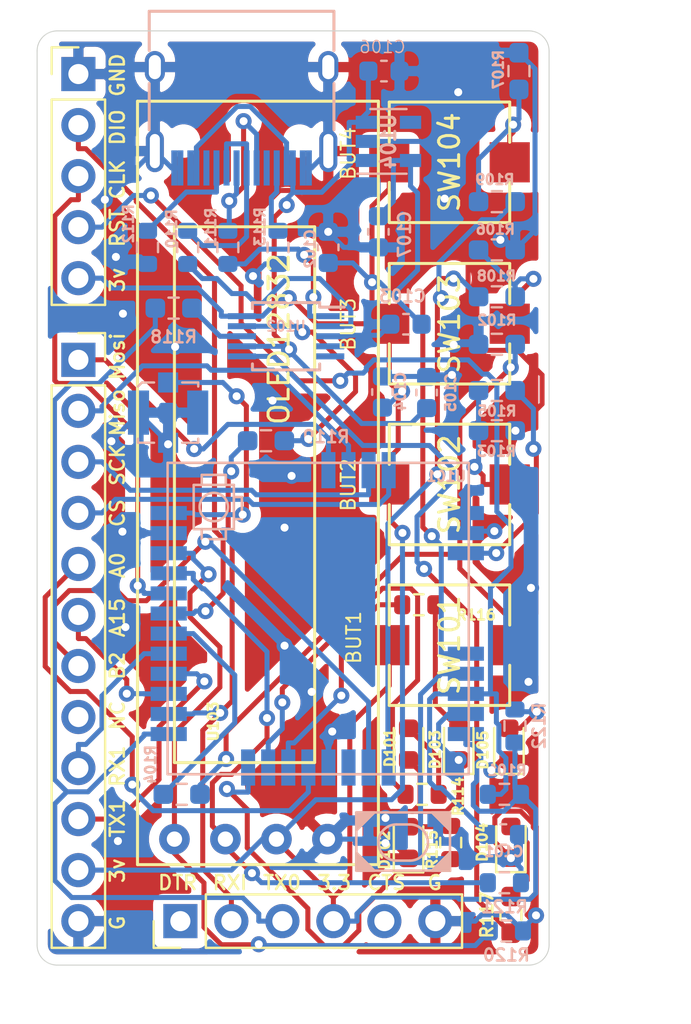
<source format=kicad_pcb>
(kicad_pcb (version 20171130) (host pcbnew "(5.1.12)-1")
  (layers (0 F.Cu signal) (1 In1.Cu signal) (2 In2.Cu signal) (31 B.Cu signal) (34 B.Paste user) (35 F.Paste user) (36 B.SilkS user) (37 F.SilkS user) (38 B.Mask user) (39 F.Mask user) (44 Edge.Cuts user))
  (net 0 "")
  (net 1 GND)
  (net 2 +3V3)
  (net 3 /RESET)
  (net 4 /MOSI)
  (net 5 /MISO)
  (net 6 /SCK)
  (net 7 /CS)
  (net 8 /SWCLK)
  (net 9 /SWDIO)
  (net 10 "Net-(J104-PadA7)")
  (net 11 "Net-(J104-PadA6)")
  (net 12 "Net-(J104-PadB5)")
  (net 13 "Net-(J104-PadA5)")
  (net 14 "Net-(R102-Pad1)")
  (net 15 "Net-(R103-Pad1)")
  (net 16 /BUT1)
  (net 17 /BUT2)
  (net 18 "Net-(R106-Pad1)")
  (net 19 "Net-(R107-Pad1)")
  (net 20 /BUT3)
  (net 21 /BUT4)
  (net 22 /USB-)
  (net 23 /USB+)
  (net 24 /SDA)
  (net 25 /SCL)
  (net 26 /UART2TX)
  (net 27 /UART2RX)
  (net 28 "Net-(D101-Pad2)")
  (net 29 "Net-(D102-Pad2)")
  (net 30 "Net-(D103-Pad2)")
  (net 31 "Net-(R114-Pad1)")
  (net 32 "Net-(R115-Pad1)")
  (net 33 "Net-(R116-Pad1)")
  (net 34 /VUSB)
  (net 35 "Net-(D104-Pad2)")
  (net 36 "Net-(D105-Pad2)")
  (net 37 "Net-(J102-Pad1)")
  (net 38 /TX1)
  (net 39 /RX1)
  (net 40 /PB2)
  (net 41 /PA15)
  (net 42 /PA0)
  (net 43 "Net-(R117-Pad1)")
  (net 44 "Net-(R118-Pad2)")
  (net 45 "Net-(R119-Pad2)")
  (net 46 "Net-(SW105-Pad1)")
  (module Capacitor_SMD:C_0603_1608Metric (layer B.Cu) (at 88.225 79 180)
    (fp_text reference C101 (at -0.025 -0.85) (layer B.SilkS) (effects (font (size 0.5 0.5) (thickness 0.125)) (justify mirror)))
    (fp_text value 100nF)
    (pad 2 smd roundrect (at 0.775 0 180) (size 0.9 0.95) (layers B.Cu B.Paste B.Mask) (net 3 /RESET))
    (pad 1 smd roundrect (at -0.775 0 180) (size 0.9 0.95) (layers B.Cu B.Paste B.Mask) (net 1 GND))
  )
  (module Capacitor_SMD:C_0603_1608Metric (layer B.Cu) (at 79.5 49.775 270)
    (fp_text reference C102 (at 0.075 0.9 270) (layer B.SilkS) (effects (font (size 0.5 0.5) (thickness 0.125)) (justify mirror)))
    (fp_text value 100nF)
    (pad 1 smd roundrect (at -0.775 0 270) (size 0.9 0.95) (layers B.Cu B.Paste B.Mask) (net 1 GND))
    (pad 2 smd roundrect (at 0.775 0 270) (size 0.9 0.95) (layers B.Cu B.Paste B.Mask) (net 2 +3V3))
  )
  (module Resistor_SMD:R_0603_1608Metric (layer B.Cu) (at 88.275 77 180)
    (fp_text reference R101 (at -0.125 1.2) (layer B.SilkS) (effects (font (size 0.5 0.5) (thickness 0.125)) (justify mirror)))
    (fp_text value 10k)
    (pad 1 smd roundrect (at -0.825 0 180) (size 0.8 0.95) (layers B.Cu B.Paste B.Mask) (net 2 +3V3))
    (pad 2 smd roundrect (at 0.825 0 180) (size 0.8 0.95) (layers B.Cu B.Paste B.Mask) (net 3 /RESET))
  )
  (module 27sharp:RAK3172 (layer B.Cu) (at 86.5 60.5 270)
    (fp_text reference U101 (at 0.675 1.125 180) (layer B.SilkS) (effects (font (size 0.5 0.5) (thickness 0.125)) (justify mirror)))
    (fp_text value RAK3172)
    (pad 32 smd rect (at 15.165 10.99 90) (size 1.8 0.7) (layers B.Cu B.Paste B.Mask) (net 32 "Net-(R115-Pad1)"))
    (pad 31 smd rect (at 15.165 9.99 90) (size 1.8 0.7) (layers B.Cu B.Paste B.Mask) (net 31 "Net-(R114-Pad1)"))
    (pad 30 smd rect (at 15.165 8.99 90) (size 1.8 0.7) (layers B.Cu B.Paste B.Mask) (net 33 "Net-(R116-Pad1)"))
    (pad 29 smd rect (at 15.165 7.99 90) (size 1.8 0.7) (layers B.Cu B.Paste B.Mask) (net 42 /PA0))
    (pad 28 smd rect (at 15.165 6.99 90) (size 1.8 0.7) (layers B.Cu B.Paste B.Mask) (net 1 GND))
    (pad 27 smd rect (at 15.165 5.99 90) (size 1.8 0.7) (layers B.Cu B.Paste B.Mask))
    (pad 26 smd rect (at 15.165 4.99 90) (size 1.8 0.7) (layers B.Cu B.Paste B.Mask) (net 40 /PB2))
    (pad 25 smd rect (at 15.165 3.99 90) (size 1.8 0.7) (layers B.Cu B.Paste B.Mask) (net 21 /BUT4))
    (pad 24 smd rect (at 13.5 0.145 180) (size 1.8 0.7) (layers B.Cu B.Paste B.Mask) (net 2 +3V3))
    (pad 23 smd rect (at 12.5 0.145 180) (size 1.8 0.7) (layers B.Cu B.Paste B.Mask) (net 1 GND))
    (pad 22 smd rect (at 11.5 0.145 180) (size 1.8 0.7) (layers B.Cu B.Paste B.Mask) (net 3 /RESET))
    (pad 21 smd rect (at 10.5 0.145 180) (size 1.8 0.7) (layers B.Cu B.Paste B.Mask) (net 46 "Net-(SW105-Pad1)"))
    (pad 20 smd rect (at 9.5 0.145 180) (size 1.8 0.7) (layers B.Cu B.Paste B.Mask) (net 20 /BUT3))
    (pad 19 smd rect (at 4.5 0.145 180) (size 1.8 0.7) (layers B.Cu B.Paste B.Mask) (net 17 /BUT2))
    (pad 18 smd rect (at 3.5 0.145 180) (size 1.8 0.7) (layers B.Cu B.Paste B.Mask) (net 1 GND))
    (pad 17 smd rect (at 2.5 0.145 180) (size 1.8 0.7) (layers B.Cu B.Paste B.Mask) (net 1 GND))
    (pad 16 smd rect (at 0.365 3.99 90) (size 1.8 0.7) (layers B.Cu B.Paste B.Mask) (net 7 /CS))
    (pad 15 smd rect (at 0.365 4.99 90) (size 1.8 0.7) (layers B.Cu B.Paste B.Mask) (net 6 /SCK))
    (pad 14 smd rect (at 0.365 5.99 90) (size 1.8 0.7) (layers B.Cu B.Paste B.Mask) (net 5 /MISO))
    (pad 13 smd rect (at 0.365 6.99 90) (size 1.8 0.7) (layers B.Cu B.Paste B.Mask) (net 4 /MOSI))
    (pad 12 smd rect (at 2.5 14.945 180) (size 1.8 0.7) (layers B.Cu B.Paste B.Mask) (net 37 "Net-(J102-Pad1)"))
    (pad 11 smd rect (at 3.5 14.945 180) (size 1.8 0.7) (layers B.Cu B.Paste B.Mask) (net 1 GND))
    (pad 10 smd rect (at 4.5 14.945 180) (size 1.8 0.7) (layers B.Cu B.Paste B.Mask) (net 24 /SDA))
    (pad 9 smd rect (at 5.5 14.945 180) (size 1.8 0.7) (layers B.Cu B.Paste B.Mask) (net 25 /SCL))
    (pad 8 smd rect (at 6.5 14.945 180) (size 1.8 0.7) (layers B.Cu B.Paste B.Mask) (net 8 /SWCLK))
    (pad 7 smd rect (at 7.5 14.945 180) (size 1.8 0.7) (layers B.Cu B.Paste B.Mask) (net 9 /SWDIO))
    (pad 6 smd rect (at 8.5 14.945 180) (size 1.8 0.7) (layers B.Cu B.Paste B.Mask) (net 16 /BUT1))
    (pad 5 smd rect (at 9.5 14.945 180) (size 1.8 0.7) (layers B.Cu B.Paste B.Mask) (net 39 /RX1))
    (pad 4 smd rect (at 10.5 14.945 180) (size 1.8 0.7) (layers B.Cu B.Paste B.Mask) (net 38 /TX1))
    (pad 3 smd rect (at 11.5 14.945 180) (size 1.8 0.7) (layers B.Cu B.Paste B.Mask) (net 41 /PA15))
    (pad 2 smd rect (at 12.5 14.945 180) (size 1.8 0.7) (layers B.Cu B.Paste B.Mask) (net 26 /UART2TX))
    (pad 1 smd rect (at 13.5 14.945 180) (size 1.8 0.7) (layers B.Cu B.Paste B.Mask) (net 27 /UART2RX))
  )
  (module Capacitor_SMD:C_0603_1608Metric (layer B.Cu) (at 82.2 56.975 270)
    (fp_text reference C104 (at -0.025 -0.9 270) (layer B.SilkS) (effects (font (size 0.5 0.5) (thickness 0.125)) (justify mirror)))
    (fp_text value 100nF)
    (pad 1 smd roundrect (at -0.775 0 270) (size 0.9 0.95) (layers B.Cu B.Paste B.Mask) (net 1 GND))
    (pad 2 smd roundrect (at 0.775 0 270) (size 0.9 0.95) (layers B.Cu B.Paste B.Mask) (net 2 +3V3))
  )
  (module Capacitor_SMD:C_0603_1608Metric (layer B.Cu) (at 84.4 57 270)
    (fp_text reference C105 (at 0 -1.2 90) (layer B.SilkS) (effects (font (size 0.5 0.5) (thickness 0.125)) (justify mirror)))
    (fp_text value 100nF)
    (pad 2 smd roundrect (at 0.775 0 270) (size 0.9 0.95) (layers B.Cu B.Paste B.Mask) (net 34 /VUSB))
    (pad 1 smd roundrect (at -0.775 0 270) (size 0.9 0.95) (layers B.Cu B.Paste B.Mask) (net 1 GND))
  )
  (module 27sharp:GT-USB-7010 (layer B.Cu) (at 75.184 42.672)
    (fp_text reference J104 hide)
    (fp_text value USB_C_Receptacle hide)
    (pad S1 thru_hole oval (at -4.32 -1.87) (size 1 1.6) (drill oval 0.6 1.2) (layers *.Cu *.Mask) (net 1 GND))
    (pad S1 thru_hole oval (at 4.32 -1.87) (size 1 1.6) (drill oval 0.6 1.2) (layers *.Cu *.Mask) (net 1 GND))
    (pad S1 thru_hole oval (at -4.32 2.31) (size 0.9 2.1) (drill oval 0.5 1.7) (layers *.Cu *.Mask) (net 1 GND))
    (pad S1 thru_hole oval (at 4.32 2.31) (size 0.9 2.1) (drill oval 0.5 1.7) (layers *.Cu *.Mask) (net 1 GND))
    (pad "" np_thru_hole circle (at -2.89 1.81) (size 0.65 0.65) (drill 0.65) (layers *.Cu *.Mask))
    (pad "" np_thru_hole circle (at 2.89 1.81) (size 0.65 0.65) (drill 0.65) (layers *.Cu *.Mask))
    (pad A7 smd rect (at 0.25 3.15) (size 0.3 1.75) (layers B.Cu B.Paste B.Mask) (net 10 "Net-(J104-PadA7)"))
    (pad B6 smd rect (at 0.75 3.15) (size 0.3 1.75) (layers B.Cu B.Paste B.Mask) (net 11 "Net-(J104-PadA6)"))
    (pad A8 smd rect (at 1.25 3.15) (size 0.3 1.75) (layers B.Cu B.Paste B.Mask))
    (pad B5 smd rect (at 1.75 3.15) (size 0.3 1.75) (layers B.Cu B.Paste B.Mask) (net 12 "Net-(J104-PadB5)"))
    (pad B7 smd rect (at -0.75 3.15) (size 0.3 1.75) (layers B.Cu B.Paste B.Mask) (net 10 "Net-(J104-PadA7)"))
    (pad B8 smd rect (at -1.75 3.15) (size 0.3 1.75) (layers B.Cu B.Paste B.Mask))
    (pad A5 smd rect (at -1.25 3.15) (size 0.3 1.75) (layers B.Cu B.Paste B.Mask) (net 13 "Net-(J104-PadA5)"))
    (pad A6 smd rect (at -0.25 3.15) (size 0.3 1.75) (layers B.Cu B.Paste B.Mask) (net 11 "Net-(J104-PadA6)"))
    (pad A1 smd rect (at -3.35 3.15) (size 0.3 1.75) (layers B.Cu B.Paste B.Mask) (net 1 GND))
    (pad B12 smd rect (at -3.05 3.15) (size 0.3 1.75) (layers B.Cu B.Paste B.Mask) (net 1 GND))
    (pad A4 smd rect (at -2.55 3.15) (size 0.3 1.75) (layers B.Cu B.Paste B.Mask) (net 34 /VUSB))
    (pad B9 smd rect (at -2.25 3.15) (size 0.3 1.75) (layers B.Cu B.Paste B.Mask) (net 34 /VUSB))
    (pad A9 smd rect (at 2.55 3.15) (size 0.3 1.75) (layers B.Cu B.Paste B.Mask) (net 34 /VUSB))
    (pad B4 smd rect (at 2.25 3.15) (size 0.3 1.75) (layers B.Cu B.Paste B.Mask) (net 34 /VUSB))
    (pad B1 smd rect (at 3.05 3.15) (size 0.3 1.75) (layers B.Cu B.Paste B.Mask) (net 1 GND))
    (pad A12 smd rect (at 3.35 3.15) (size 0.3 1.75) (layers B.Cu B.Paste B.Mask) (net 1 GND))
  )
  (module Resistor_SMD:R_0603_1608Metric_Pad0.98x0.95mm_HandSolder (layer B.Cu) (at 87.9 54.6 180)
    (fp_text reference R102 (at 0 1.2) (layer B.SilkS) (effects (font (size 0.5 0.5) (thickness 0.125)) (justify mirror)))
    (fp_text value 10k)
    (pad 2 smd roundrect (at 0.9125 0 180) (size 0.975 0.95) (layers B.Cu B.Paste B.Mask) (net 1 GND))
    (pad 1 smd roundrect (at -0.9125 0 180) (size 0.975 0.95) (layers B.Cu B.Paste B.Mask) (net 14 "Net-(R102-Pad1)"))
  )
  (module Resistor_SMD:R_0603_1608Metric_Pad0.98x0.95mm_HandSolder (layer B.Cu) (at 87.9 58.9)
    (fp_text reference R103 (at -0.025 1.025 180) (layer B.SilkS) (effects (font (size 0.5 0.5) (thickness 0.125)) (justify mirror)))
    (fp_text value 10k)
    (pad 2 smd roundrect (at 0.9125 0) (size 0.975 0.95) (layers B.Cu B.Paste B.Mask) (net 1 GND))
    (pad 1 smd roundrect (at -0.9125 0) (size 0.975 0.95) (layers B.Cu B.Paste B.Mask) (net 15 "Net-(R103-Pad1)"))
  )
  (module Resistor_SMD:R_0603_1608Metric_Pad0.98x0.95mm_HandSolder (layer B.Cu) (at 72.2 77)
    (fp_text reference R104 (at -1.55 -1.475 90) (layer B.SilkS) (effects (font (size 0.5 0.5) (thickness 0.125)) (justify mirror)))
    (fp_text value 1k)
    (pad 1 smd roundrect (at -0.9125 0) (size 0.975 0.95) (layers B.Cu B.Paste B.Mask) (net 16 /BUT1))
    (pad 2 smd roundrect (at 0.9125 0) (size 0.975 0.95) (layers B.Cu B.Paste B.Mask) (net 14 "Net-(R102-Pad1)"))
  )
  (module Resistor_SMD:R_0603_1608Metric_Pad0.98x0.95mm_HandSolder (layer B.Cu) (at 87.9 56.9 180)
    (fp_text reference R105 (at 0 -1.025) (layer B.SilkS) (effects (font (size 0.5 0.5) (thickness 0.125)) (justify mirror)))
    (fp_text value 1k)
    (pad 1 smd roundrect (at -0.9125 0 180) (size 0.975 0.95) (layers B.Cu B.Paste B.Mask) (net 17 /BUT2))
    (pad 2 smd roundrect (at 0.9125 0 180) (size 0.975 0.95) (layers B.Cu B.Paste B.Mask) (net 15 "Net-(R103-Pad1)"))
  )
  (module Resistor_SMD:R_0603_1608Metric_Pad0.98x0.95mm_HandSolder (layer B.Cu) (at 87.9 49.9)
    (fp_text reference R106 (at -0.075 -1.025) (layer B.SilkS) (effects (font (size 0.5 0.5) (thickness 0.125)) (justify mirror)))
    (fp_text value 10k)
    (pad 2 smd roundrect (at 0.9125 0) (size 0.975 0.95) (layers B.Cu B.Paste B.Mask) (net 1 GND))
    (pad 1 smd roundrect (at -0.9125 0) (size 0.975 0.95) (layers B.Cu B.Paste B.Mask) (net 18 "Net-(R106-Pad1)"))
  )
  (module Resistor_SMD:R_0603_1608Metric_Pad0.98x0.95mm_HandSolder (layer B.Cu) (at 89 41 90)
    (fp_text reference R107 (at 0.075 -1.025 90) (layer B.SilkS) (effects (font (size 0.5 0.5) (thickness 0.125)) (justify mirror)))
    (fp_text value 10k)
    (pad 2 smd roundrect (at 0.9125 0 90) (size 0.975 0.95) (layers B.Cu B.Paste B.Mask) (net 1 GND))
    (pad 1 smd roundrect (at -0.9125 0 90) (size 0.975 0.95) (layers B.Cu B.Paste B.Mask) (net 19 "Net-(R107-Pad1)"))
  )
  (module Resistor_SMD:R_0603_1608Metric_Pad0.98x0.95mm_HandSolder (layer B.Cu) (at 87.9 52.235)
    (fp_text reference R108 (at -0.025 -1.035) (layer B.SilkS) (effects (font (size 0.5 0.5) (thickness 0.125)) (justify mirror)))
    (fp_text value 1k)
    (pad 1 smd roundrect (at -0.9125 0) (size 0.975 0.95) (layers B.Cu B.Paste B.Mask) (net 20 /BUT3))
    (pad 2 smd roundrect (at 0.9125 0) (size 0.975 0.95) (layers B.Cu B.Paste B.Mask) (net 18 "Net-(R106-Pad1)"))
  )
  (module Resistor_SMD:R_0603_1608Metric_Pad0.98x0.95mm_HandSolder (layer B.Cu) (at 87.9 47.5 180)
    (fp_text reference R109 (at 0.1 1.1) (layer B.SilkS) (effects (font (size 0.5 0.5) (thickness 0.125)) (justify mirror)))
    (fp_text value 1k)
    (pad 1 smd roundrect (at -0.9125 0 180) (size 0.975 0.95) (layers B.Cu B.Paste B.Mask) (net 21 /BUT4))
    (pad 2 smd roundrect (at 0.9125 0 180) (size 0.975 0.95) (layers B.Cu B.Paste B.Mask) (net 19 "Net-(R107-Pad1)"))
  )
  (module Resistor_SMD:R_0603_1608Metric (layer B.Cu) (at 72.5 49.775 270)
    (fp_text reference R110 (at -0.925 0.8 270) (layer B.SilkS) (effects (font (size 0.5 0.5) (thickness 0.125)) (justify mirror)))
    (fp_text value 22R)
    (pad 1 smd roundrect (at -0.825 0 270) (size 0.8 0.95) (layers B.Cu B.Paste B.Mask) (net 10 "Net-(J104-PadA7)"))
    (pad 2 smd roundrect (at 0.825 0 270) (size 0.8 0.95) (layers B.Cu B.Paste B.Mask) (net 22 /USB-))
  )
  (module Resistor_SMD:R_0603_1608Metric (layer B.Cu) (at 74.5 49.775 270)
    (fp_text reference R111 (at -1 0.85 90) (layer B.SilkS) (effects (font (size 0.5 0.5) (thickness 0.125)) (justify mirror)))
    (fp_text value 22R)
    (pad 2 smd roundrect (at 0.825 0 270) (size 0.8 0.95) (layers B.Cu B.Paste B.Mask) (net 23 /USB+))
    (pad 1 smd roundrect (at -0.825 0 270) (size 0.8 0.95) (layers B.Cu B.Paste B.Mask) (net 11 "Net-(J104-PadA6)"))
  )
  (module Resistor_SMD:R_0603_1608Metric (layer B.Cu) (at 70.5 49.775 270)
    (fp_text reference R112 (at -1.175 0.95 90) (layer B.SilkS) (effects (font (size 0.5 0.5) (thickness 0.125)) (justify mirror)))
    (fp_text value 5.1K)
    (pad 2 smd roundrect (at 0.825 0 270) (size 0.8 0.95) (layers B.Cu B.Paste B.Mask) (net 1 GND))
    (pad 1 smd roundrect (at -0.825 0 270) (size 0.8 0.95) (layers B.Cu B.Paste B.Mask) (net 13 "Net-(J104-PadA5)"))
  )
  (module Resistor_SMD:R_0603_1608Metric (layer B.Cu) (at 77 49.775 270)
    (fp_text reference R113 (at -1.025 0.9 270) (layer B.SilkS) (effects (font (size 0.5 0.5) (thickness 0.125)) (justify mirror)))
    (fp_text value 5.1K)
    (pad 1 smd roundrect (at -0.825 0 270) (size 0.8 0.95) (layers B.Cu B.Paste B.Mask) (net 12 "Net-(J104-PadB5)"))
    (pad 2 smd roundrect (at 0.825 0 270) (size 0.8 0.95) (layers B.Cu B.Paste B.Mask) (net 1 GND))
  )
  (module Package_SO:MSOP-10_3x3mm_P0.5mm (layer B.Cu) (at 77.4 54.2 180)
    (fp_text reference U102 (at 0 0.5) (layer B.SilkS) (effects (font (size 0.5 0.5) (thickness 0.1)) (justify mirror)))
    (fp_text value CH340E)
    (pad 1 smd rect (at -2.2 1 180) (size 1.4 0.3) (layers B.Cu B.Paste B.Mask) (net 23 /USB+))
    (pad 2 smd rect (at -2.2 0.5 180) (size 1.4 0.3) (layers B.Cu B.Paste B.Mask) (net 22 /USB-))
    (pad 3 smd rect (at -2.2 0 180) (size 1.4 0.3) (layers B.Cu B.Paste B.Mask) (net 1 GND))
    (pad 4 smd rect (at -2.2 -0.5 180) (size 1.4 0.3) (layers B.Cu B.Paste B.Mask))
    (pad 5 smd rect (at -2.2 -1 180) (size 1.4 0.3) (layers B.Cu B.Paste B.Mask))
    (pad 6 smd rect (at 2.2 -1 180) (size 1.4 0.3) (layers B.Cu B.Paste B.Mask) (net 43 "Net-(R117-Pad1)"))
    (pad 7 smd rect (at 2.2 -0.5 180) (size 1.4 0.3) (layers B.Cu B.Paste B.Mask) (net 34 /VUSB))
    (pad 8 smd rect (at 2.2 0 180) (size 1.4 0.3) (layers B.Cu B.Paste B.Mask) (net 44 "Net-(R118-Pad2)"))
    (pad 9 smd rect (at 2.2 0.5 180) (size 1.4 0.3) (layers B.Cu B.Paste B.Mask) (net 45 "Net-(R119-Pad2)"))
    (pad 10 smd rect (at 2.2 1 180) (size 1.4 0.3) (layers B.Cu B.Paste B.Mask) (net 2 +3V3))
  )
  (module 18650:OLED-0.91-128x32 (layer F.Cu) (at 82 80.5 90)
    (fp_text reference U103 (at 7.125 -8.225 90) (layer F.SilkS) (effects (font (size 0.5 0.5) (thickness 0.125))))
    (fp_text value OLED12832 (at 26.162 -4.953 90) (layer F.SilkS))
    (pad 4 thru_hole circle (at 1.27 -2.54 90) (size 1.524 1.524) (drill 0.762) (layers *.Cu *.Mask) (net 1 GND))
    (pad 3 thru_hole circle (at 1.27 -5.08 90) (size 1.524 1.524) (drill 0.762) (layers *.Cu *.Mask) (net 2 +3V3))
    (pad 2 thru_hole circle (at 1.27 -7.62 90) (size 1.524 1.524) (drill 0.762) (layers *.Cu *.Mask) (net 25 /SCL))
    (pad 1 thru_hole circle (at 1.27 -10.16 90) (size 1.524 1.524) (drill 0.762) (layers *.Cu *.Mask) (net 24 /SDA))
  )
  (module LED_SMD:LED_0603_1608Metric (layer F.Cu) (at 83.5 74.5 90)
    (fp_text reference D101 (at -0.175 -0.925 90) (layer F.SilkS) (effects (font (size 0.5 0.5) (thickness 0.125))))
    (fp_text value TX-YEL)
    (pad 2 smd roundrect (at 0.7875 0 90) (size 0.875 0.95) (layers F.Cu F.Paste F.Mask) (net 28 "Net-(D101-Pad2)"))
    (pad 1 smd roundrect (at -0.7875 0 90) (size 0.875 0.95) (layers F.Cu F.Paste F.Mask) (net 1 GND))
  )
  (module LED_SMD:LED_0603_1608Metric (layer F.Cu) (at 83.5 79.4 90)
    (fp_text reference D102 (at -0.375 -1.2 90) (layer F.SilkS) (effects (font (size 0.5 0.5) (thickness 0.125))))
    (fp_text value GreenL)
    (pad 1 smd roundrect (at -0.7875 0 90) (size 0.875 0.95) (layers F.Cu F.Paste F.Mask) (net 1 GND))
    (pad 2 smd roundrect (at 0.7875 0 90) (size 0.875 0.95) (layers F.Cu F.Paste F.Mask) (net 29 "Net-(D102-Pad2)"))
  )
  (module LED_SMD:LED_0603_1608Metric (layer F.Cu) (at 86 74.5 90)
    (fp_text reference D103 (at -0.275 -1.175 90) (layer F.SilkS) (effects (font (size 0.5 0.5) (thickness 0.125))))
    (fp_text value RX-RED)
    (pad 1 smd roundrect (at -0.7875 0 90) (size 0.875 0.95) (layers F.Cu F.Paste F.Mask) (net 1 GND))
    (pad 2 smd roundrect (at 0.7875 0 90) (size 0.875 0.95) (layers F.Cu F.Paste F.Mask) (net 30 "Net-(D103-Pad2)"))
  )
  (module Resistor_SMD:R_0603_1608Metric (layer F.Cu) (at 84.175 77)
    (fp_text reference R114 (at 1.8 0.1 90) (layer F.SilkS) (effects (font (size 0.5 0.5) (thickness 0.125))))
    (fp_text value 330R)
    (pad 2 smd roundrect (at 0.825 0) (size 0.8 0.95) (layers F.Cu F.Paste F.Mask) (net 28 "Net-(D101-Pad2)"))
    (pad 1 smd roundrect (at -0.825 0) (size 0.8 0.95) (layers F.Cu F.Paste F.Mask) (net 31 "Net-(R114-Pad1)"))
  )
  (module Resistor_SMD:R_0603_1608Metric (layer F.Cu) (at 85.6 79.4 90)
    (fp_text reference R115 (at -0.35 -0.925 90) (layer F.SilkS) (effects (font (size 0.5 0.5) (thickness 0.125))))
    (fp_text value 330R)
    (pad 1 smd roundrect (at -0.825 0 90) (size 0.8 0.95) (layers F.Cu F.Paste F.Mask) (net 32 "Net-(R115-Pad1)"))
    (pad 2 smd roundrect (at 0.825 0 90) (size 0.8 0.95) (layers F.Cu F.Paste F.Mask) (net 29 "Net-(D102-Pad2)"))
  )
  (module Resistor_SMD:R_0603_1608Metric (layer F.Cu) (at 84.01 67.564)
    (fp_text reference R116 (at 2.858 0.508 180) (layer F.SilkS) (effects (font (size 0.5 0.5) (thickness 0.125))))
    (fp_text value 330R)
    (pad 1 smd roundrect (at -0.825 0) (size 0.8 0.95) (layers F.Cu F.Paste F.Mask) (net 33 "Net-(R116-Pad1)"))
    (pad 2 smd roundrect (at 0.825 0) (size 0.8 0.95) (layers F.Cu F.Paste F.Mask) (net 30 "Net-(D103-Pad2)"))
  )
  (module Capacitor_SMD:C_0603_1608Metric (layer B.Cu) (at 82.275 41 180)
    (fp_text reference C106 (at 0.075 1.2) (layer B.SilkS) (effects (font (size 0.6 0.6) (thickness 0.07)) (justify mirror)))
    (fp_text value 1uF)
    (pad 1 smd roundrect (at -0.775 0 180) (size 0.9 0.95) (layers B.Cu B.Paste B.Mask) (net 1 GND))
    (pad 2 smd roundrect (at 0.775 0 180) (size 0.9 0.95) (layers B.Cu B.Paste B.Mask) (net 34 /VUSB))
  )
  (module Capacitor_SMD:C_0603_1608Metric (layer B.Cu) (at 82 49 90)
    (fp_text reference C107 (at -0.128 1.3 270) (layer B.SilkS) (effects (font (size 0.6 0.6) (thickness 0.125)) (justify mirror)))
    (fp_text value 1uF)
    (pad 2 smd roundrect (at 0.775 0 90) (size 0.9 0.95) (layers B.Cu B.Paste B.Mask) (net 2 +3V3))
    (pad 1 smd roundrect (at -0.775 0 90) (size 0.9 0.95) (layers B.Cu B.Paste B.Mask) (net 1 GND))
  )
  (module Package_TO_SOT_SMD:SOT-23-5 (layer B.Cu) (at 82.5 44.5)
    (fp_text reference U104 (at 0 0 90) (layer B.SilkS) (effects (font (size 0.7 0.7)) (justify mirror)))
    (fp_text value ME6211C33M5G-N)
    (pad 1 smd rect (at -1.1 0.95) (size 1.06 0.65) (layers B.Cu B.Paste B.Mask) (net 34 /VUSB))
    (pad 2 smd rect (at -1.1 0) (size 1.06 0.65) (layers B.Cu B.Paste B.Mask) (net 1 GND))
    (pad 3 smd rect (at -1.1 -0.95) (size 1.06 0.65) (layers B.Cu B.Paste B.Mask) (net 34 /VUSB))
    (pad 4 smd rect (at 1.1 -0.95) (size 1.06 0.65) (layers B.Cu B.Paste B.Mask))
    (pad 5 smd rect (at 1.1 0.95) (size 1.06 0.65) (layers B.Cu B.Paste B.Mask) (net 2 +3V3))
  )
  (module LED_SMD:LED_0603_1608Metric (layer F.Cu) (at 88.6 79.3875 90)
    (fp_text reference D104 (at 0 -1.43 90) (layer F.SilkS) (effects (font (size 0.5 0.5) (thickness 0.125))))
    (fp_text value Violet)
    (pad 1 smd roundrect (at -0.7875 0 90) (size 0.875 0.95) (layers F.Cu F.Paste F.Mask) (net 1 GND))
    (pad 2 smd roundrect (at 0.7875 0 90) (size 0.875 0.95) (layers F.Cu F.Paste F.Mask) (net 35 "Net-(D104-Pad2)"))
  )
  (module LED_SMD:LED_0603_1608Metric (layer F.Cu) (at 88.5 74.5 90)
    (fp_text reference D105 (at -0.3 -1.3 90) (layer F.SilkS) (effects (font (size 0.5 0.5) (thickness 0.125))))
    (fp_text value RX-GREEN)
    (pad 2 smd roundrect (at 0.7875 0 90) (size 0.875 0.95) (layers F.Cu F.Paste F.Mask) (net 36 "Net-(D105-Pad2)"))
    (pad 1 smd roundrect (at -0.7875 0 90) (size 0.875 0.95) (layers F.Cu F.Paste F.Mask) (net 1 GND))
  )
  (module 18650:Molex_Microcoaxial_RF (layer B.Cu) (at 71.525 58)
    (fp_text reference J102 hide)
    (fp_text value MiniCoax)
    (pad 2 smd rect (at -1.475 0) (size 1.05 2.2) (layers B.Cu B.Paste B.Mask) (net 1 GND))
    (pad 2 smd rect (at 1.475 0) (size 1.05 2.2) (layers B.Cu B.Paste B.Mask) (net 1 GND))
    (pad 2 smd rect (at 0 1.5) (size 1 1) (layers B.Cu B.Paste B.Mask) (net 1 GND))
    (pad 1 smd rect (at 0 -1.5) (size 1 1) (layers B.Cu B.Paste B.Mask) (net 37 "Net-(J102-Pad1)"))
  )
  (module Connector_PinHeader_2.54mm:PinHeader_1x05_P2.54mm_Vertical (layer F.Cu) (at 67.056 41.148)
    (fp_text reference J105 hide)
    (fp_text value Program)
    (pad 1 thru_hole rect (at 0 0) (size 1.7 1.7) (drill 1) (layers *.Cu *.Mask) (net 1 GND))
    (pad 2 thru_hole oval (at 0 2.54) (size 1.7 1.7) (drill 1) (layers *.Cu *.Mask) (net 9 /SWDIO))
    (pad 3 thru_hole oval (at 0 5.08) (size 1.7 1.7) (drill 1) (layers *.Cu *.Mask) (net 8 /SWCLK))
    (pad 4 thru_hole oval (at 0 7.62) (size 1.7 1.7) (drill 1) (layers *.Cu *.Mask) (net 3 /RESET))
    (pad 5 thru_hole oval (at 0 10.16) (size 1.7 1.7) (drill 1) (layers *.Cu *.Mask) (net 2 +3V3))
  )
  (module Connector_PinHeader_2.54mm:PinHeader_1x06_P2.54mm_Vertical (layer F.Cu) (at 72.136 83.312 90)
    (fp_text reference J106 hide)
    (fp_text value FDTI)
    (pad 1 thru_hole rect (at 0 0 90) (size 1.7 1.7) (drill 1) (layers *.Cu *.Mask))
    (pad 2 thru_hole oval (at 0 2.54 90) (size 1.7 1.7) (drill 1) (layers *.Cu *.Mask) (net 26 /UART2TX))
    (pad 3 thru_hole oval (at 0 5.08 90) (size 1.7 1.7) (drill 1) (layers *.Cu *.Mask) (net 27 /UART2RX))
    (pad 4 thru_hole oval (at 0 7.62 90) (size 1.7 1.7) (drill 1) (layers *.Cu *.Mask) (net 2 +3V3))
    (pad 5 thru_hole oval (at 0 10.16 90) (size 1.7 1.7) (drill 1) (layers *.Cu *.Mask))
    (pad 6 thru_hole oval (at 0 12.7 90) (size 1.7 1.7) (drill 1) (layers *.Cu *.Mask) (net 1 GND))
  )
  (module Resistor_SMD:R_0603_1608Metric_Pad0.98x0.95mm_HandSolder (layer F.Cu) (at 88.6 83 90)
    (fp_text reference R117 (at 0 -1.2 90) (layer F.SilkS) (effects (font (size 0.6 0.6) (thickness 0.125))))
    (fp_text value 1.2k)
    (pad 1 smd roundrect (at -0.9125 0 90) (size 0.975 0.95) (layers F.Cu F.Paste F.Mask) (net 43 "Net-(R117-Pad1)"))
    (pad 2 smd roundrect (at 0.9125 0 90) (size 0.975 0.95) (layers F.Cu F.Paste F.Mask) (net 35 "Net-(D104-Pad2)"))
  )
  (module Resistor_SMD:R_0603_1608Metric_Pad0.98x0.95mm_HandSolder (layer B.Cu) (at 71.8 52.8)
    (fp_text reference R118 (at 0 1.43) (layer B.SilkS) (effects (font (size 0.6 0.6) (thickness 0.125)) (justify mirror)))
    (fp_text value 0R)
    (pad 1 smd roundrect (at -0.9125 0) (size 0.975 0.95) (layers B.Cu B.Paste B.Mask) (net 27 /UART2RX))
    (pad 2 smd roundrect (at 0.9125 0) (size 0.975 0.95) (layers B.Cu B.Paste B.Mask) (net 44 "Net-(R118-Pad2)"))
  )
  (module Resistor_SMD:R_0603_1608Metric_Pad0.98x0.95mm_HandSolder (layer B.Cu) (at 76.4 59.4)
    (fp_text reference R119 (at 3 -0.2) (layer B.SilkS) (effects (font (size 0.6 0.6) (thickness 0.125)) (justify mirror)))
    (fp_text value 0R)
    (pad 2 smd roundrect (at 0.9125 0) (size 0.975 0.95) (layers B.Cu B.Paste B.Mask) (net 45 "Net-(R119-Pad2)"))
    (pad 1 smd roundrect (at -0.9125 0) (size 0.975 0.95) (layers B.Cu B.Paste B.Mask) (net 26 /UART2TX))
  )
  (module Resistor_SMD:R_0603_1608Metric (layer B.Cu) (at 88.375 83.8)
    (fp_text reference R120 (at 0 1.2) (layer B.SilkS) (effects (font (size 0.6 0.6) (thickness 0.125)) (justify mirror)))
    (fp_text value 4.7k)
    (pad 1 smd roundrect (at -0.825 0) (size 0.8 0.95) (layers B.Cu B.Paste B.Mask) (net 24 /SDA))
    (pad 2 smd roundrect (at 0.825 0) (size 0.8 0.95) (layers B.Cu B.Paste B.Mask) (net 1 GND))
  )
  (module Resistor_SMD:R_0603_1608Metric (layer B.Cu) (at 88.275 81.4)
    (fp_text reference R121 (at 0 1.2) (layer B.SilkS) (effects (font (size 0.6 0.6) (thickness 0.125)) (justify mirror)))
    (fp_text value 4.7k)
    (pad 2 smd roundrect (at 0.825 0) (size 0.8 0.95) (layers B.Cu B.Paste B.Mask) (net 1 GND))
    (pad 1 smd roundrect (at -0.825 0) (size 0.8 0.95) (layers B.Cu B.Paste B.Mask) (net 25 /SCL))
  )
  (module Resistor_SMD:R_0603_1608Metric (layer B.Cu) (at 88.8 73.6 90)
    (fp_text reference R122 (at 0 1.2 90) (layer B.SilkS) (effects (font (size 0.6 0.6) (thickness 0.125)) (justify mirror)))
    (fp_text value 330R)
    (pad 1 smd roundrect (at -0.825 0 90) (size 0.8 0.95) (layers B.Cu B.Paste B.Mask) (net 2 +3V3))
    (pad 2 smd roundrect (at 0.825 0 90) (size 0.8 0.95) (layers B.Cu B.Paste B.Mask) (net 36 "Net-(D105-Pad2)"))
  )
  (module 18650:SW_TP1003 (layer F.Cu) (at 89.54 69.576 90)
    (fp_text reference SW101 (at 0 -4 90) (layer F.SilkS))
    (fp_text value BUT1 (at 0.38 -8.768 90) (layer F.SilkS) (effects (font (size 0.7 0.7) (thickness 0.1))))
    (pad 2 smd rect (at 0 -1 90) (size 2 2) (layers F.Cu F.Paste F.Mask) (net 14 "Net-(R102-Pad1)"))
    (pad 1 smd rect (at 0 -7 90) (size 2 2) (layers F.Cu F.Paste F.Mask) (net 2 +3V3))
  )
  (module 18650:SW_TP1003 (layer F.Cu) (at 89.54 61.576 90)
    (fp_text reference SW102 (at 0 -4 90) (layer F.SilkS))
    (fp_text value BUT2 (at -0.024 -9.04 90) (layer F.SilkS) (effects (font (size 0.7 0.7) (thickness 0.1))))
    (pad 1 smd rect (at 0 -7 90) (size 2 2) (layers F.Cu F.Paste F.Mask) (net 2 +3V3))
    (pad 2 smd rect (at 0 -1 90) (size 2 2) (layers F.Cu F.Paste F.Mask) (net 15 "Net-(R103-Pad1)"))
  )
  (module 18650:SW_TP1003 (layer F.Cu) (at 89.54 53.576 90)
    (fp_text reference SW103 (at 0 -4 90) (layer F.SilkS))
    (fp_text value BUT3 (at -0.024 -9.04 90) (layer F.SilkS) (effects (font (size 0.7 0.7) (thickness 0.1))))
    (pad 2 smd rect (at 0 -1 90) (size 2 2) (layers F.Cu F.Paste F.Mask) (net 18 "Net-(R106-Pad1)"))
    (pad 1 smd rect (at 0 -7 90) (size 2 2) (layers F.Cu F.Paste F.Mask) (net 2 +3V3))
  )
  (module 18650:SW_TP1003 (layer F.Cu) (at 89.54 45.541 90)
    (fp_text reference SW104 (at 0 -4 90) (layer F.SilkS))
    (fp_text value BUT4 (at 0.441 -9.04 90) (layer F.SilkS) (effects (font (size 0.7 0.7) (thickness 0.1))))
    (pad 1 smd rect (at 0 -7 90) (size 2 2) (layers F.Cu F.Paste F.Mask) (net 2 +3V3))
    (pad 2 smd rect (at 0 -1 90) (size 2 2) (layers F.Cu F.Paste F.Mask) (net 19 "Net-(R107-Pad1)"))
  )
  (module 27sharp:SKRPABE010 (layer B.Cu) (at 81 78)
    (fp_text reference SW105 hide)
    (fp_text value BOOT)
    (pad 2 smd rect (at 3.965 0.3) (size 1.05 0.65) (layers B.Cu B.Paste B.Mask) (net 1 GND))
    (pad 2 smd rect (at 0.5 0.3) (size 1.05 0.65) (layers B.Cu B.Paste B.Mask) (net 1 GND))
    (pad 1 smd rect (at 3.965 2.4) (size 1.05 0.65) (layers B.Cu B.Paste B.Mask) (net 46 "Net-(SW105-Pad1)"))
    (pad 1 smd rect (at 0.5 2.4) (size 1.05 0.65) (layers B.Cu B.Paste B.Mask) (net 46 "Net-(SW105-Pad1)"))
  )
  (module Connector_PinSocket_2.54mm:PinSocket_1x12_P2.54mm_Vertical (layer F.Cu) (at 67.056 55.372)
    (fp_text reference J101 hide)
    (fp_text value GPIOs)
    (pad 1 thru_hole rect (at 0 0) (size 1.7 1.7) (drill 1) (layers *.Cu *.Mask) (net 4 /MOSI))
    (pad 2 thru_hole oval (at 0 2.54) (size 1.7 1.7) (drill 1) (layers *.Cu *.Mask) (net 5 /MISO))
    (pad 3 thru_hole oval (at 0 5.08) (size 1.7 1.7) (drill 1) (layers *.Cu *.Mask) (net 6 /SCK))
    (pad 4 thru_hole oval (at 0 7.62) (size 1.7 1.7) (drill 1) (layers *.Cu *.Mask) (net 7 /CS))
    (pad 5 thru_hole oval (at 0 10.16) (size 1.7 1.7) (drill 1) (layers *.Cu *.Mask) (net 42 /PA0))
    (pad 6 thru_hole oval (at 0 12.7) (size 1.7 1.7) (drill 1) (layers *.Cu *.Mask) (net 41 /PA15))
    (pad 7 thru_hole oval (at 0 15.24) (size 1.7 1.7) (drill 1) (layers *.Cu *.Mask) (net 40 /PB2))
    (pad 8 thru_hole oval (at 0 17.78) (size 1.7 1.7) (drill 1) (layers *.Cu *.Mask))
    (pad 9 thru_hole oval (at 0 20.32) (size 1.7 1.7) (drill 1) (layers *.Cu *.Mask) (net 39 /RX1))
    (pad 10 thru_hole oval (at 0 22.86) (size 1.7 1.7) (drill 1) (layers *.Cu *.Mask) (net 38 /TX1))
    (pad 11 thru_hole oval (at 0 25.4) (size 1.7 1.7) (drill 1) (layers *.Cu *.Mask) (net 2 +3V3))
    (pad 12 thru_hole oval (at 0 27.94) (size 1.7 1.7) (drill 1) (layers *.Cu *.Mask) (net 1 GND))
  )
  (module Capacitor_SMD:C_0603_1608Metric (layer B.Cu) (at 83.375 53.6)
    (fp_text reference C103 (at -0.175 -1.4) (layer B.SilkS) (effects (font (size 0.6 0.6) (thickness 0.125)) (justify mirror)))
    (fp_text value 10uF)
    (pad 1 smd roundrect (at -0.775 0) (size 0.9 0.95) (layers B.Cu B.Paste B.Mask) (net 1 GND))
    (pad 2 smd roundrect (at 0.775 0) (size 0.9 0.95) (layers B.Cu B.Paste B.Mask) (net 2 +3V3))
  )
  (gr_text NC (at 69 73.075 90) (layer F.SilkS) (effects (font (size 0.7 0.7) (thickness 0.125))))
  (gr_text CTS (at 82.4 81.4) (layer F.SilkS) (effects (font (size 0.7 0.7) (thickness 0.125))))
  (gr_text G (at 84.8 81.4) (layer F.SilkS) (effects (font (size 0.7 0.7) (thickness 0.125))))
  (gr_text 3.3 (at 79.8 81.4) (layer F.SilkS) (effects (font (size 0.7 0.7) (thickness 0.125))))
  (gr_text TX0 (at 77.2 81.4) (layer F.SilkS) (effects (font (size 0.7 0.7) (thickness 0.125))))
  (gr_text RXI (at 74.6 81.4) (layer F.SilkS) (effects (font (size 0.7 0.7) (thickness 0.125))))
  (gr_text DTR (at 72 81.4) (layer F.SilkS) (effects (font (size 0.7 0.7) (thickness 0.125))))
  (gr_text GND (at 69 41.2 90) (layer F.SilkS) (effects (font (size 0.7 0.7) (thickness 0.125))))
  (gr_text DIO (at 69 43.8 90) (layer F.SilkS) (effects (font (size 0.7 0.7) (thickness 0.125))))
  (gr_text CLK (at 69 46.4 90) (layer F.SilkS) (effects (font (size 0.7 0.7) (thickness 0.125))))
  (gr_text RST (at 69 48.8 90) (layer F.SilkS) (effects (font (size 0.7 0.7) (thickness 0.125))))
  (gr_text 3v (at 69 51.4 90) (layer F.SilkS) (effects (font (size 0.7 0.7) (thickness 0.125))))
  (gr_text Mosi (at 69 55.2 90) (layer F.SilkS) (effects (font (size 0.7 0.7) (thickness 0.125))))
  (gr_text Miso (at 69 58 90) (layer F.SilkS) (effects (font (size 0.7 0.7) (thickness 0.125))))
  (gr_text SCK (at 69 60.6 90) (layer F.SilkS) (effects (font (size 0.7 0.7) (thickness 0.125))))
  (gr_text CS (at 69 63 90) (layer F.SilkS) (effects (font (size 0.7 0.7) (thickness 0.125))))
  (gr_text A0 (at 69 65.6 90) (layer F.SilkS) (effects (font (size 0.7 0.7) (thickness 0.125))))
  (gr_text A15 (at 69 68.2 90) (layer F.SilkS) (effects (font (size 0.7 0.7) (thickness 0.125))))
  (gr_text B2 (at 69 70.6 90) (layer F.SilkS) (effects (font (size 0.7 0.7) (thickness 0.125))))
  (gr_text RX1 (at 69 75.6 90) (layer F.SilkS) (effects (font (size 0.7 0.7) (thickness 0.125))))
  (gr_text TX1 (at 69 78.2 90) (layer F.SilkS) (effects (font (size 0.7 0.7) (thickness 0.125))))
  (gr_text 3v (at 69 80.8 90) (layer F.SilkS) (effects (font (size 0.7 0.7) (thickness 0.125))))
  (gr_text G (at 69 83.4 90) (layer F.SilkS) (effects (font (size 0.7 0.7) (thickness 0.125))))
  (gr_arc (start 66 84.5) (end 65 84.5) (angle -90) (layer Edge.Cuts) (width 0.05))
  (gr_arc (start 89.5 84.5) (end 89.5 85.5) (angle -90) (layer Edge.Cuts) (width 0.05))
  (gr_arc (start 89.5 40) (end 90.5 40) (angle -90) (layer Edge.Cuts) (width 0.05))
  (gr_arc (start 66 40) (end 66 39) (angle -90) (layer Edge.Cuts) (width 0.05))
  (gr_line (start 65 84.5) (end 65 40) (layer Edge.Cuts) (width 0.05))
  (gr_line (start 89.5 85.5) (end 66 85.5) (layer Edge.Cuts) (width 0.05))
  (gr_line (start 90.5 40) (end 90.5 84.5) (layer Edge.Cuts) (width 0.05))
  (gr_line (start 66 39) (end 89.5 39) (layer Edge.Cuts) (width 0.05))
  (via (at 88.825 58.9) (size 0.8) (drill 0.4) (layers F.Cu B.Cu) (net 1))
  (via (at 71.525 59.575) (size 0.8) (drill 0.4) (layers F.Cu B.Cu) (net 1))
  (segment (start 71.525 59.5) (end 71.525 59.575) (width 0.25) (layer B.Cu) (net 1))
  (via (at 77.325 63.725) (size 0.8) (drill 0.4) (layers F.Cu B.Cu) (net 1))
  (segment (start 77.325 63.725) (end 77.325 68.475) (width 0.25) (layer F.Cu) (net 1))
  (via (at 77.325 69.6) (size 0.8) (drill 0.4) (layers F.Cu B.Cu) (net 1))
  (segment (start 77.325 68.475) (end 77.325 69.6) (width 0.25) (layer F.Cu) (net 1))
  (via (at 78.675 71.9) (size 0.8) (drill 0.4) (layers F.Cu B.Cu) (net 1))
  (segment (start 77.325 70.55) (end 78.675 71.9) (width 0.25) (layer B.Cu) (net 1))
  (segment (start 77.325 69.6) (end 77.325 70.55) (width 0.25) (layer B.Cu) (net 1))
  (via (at 69.25 63.925) (size 0.8) (drill 0.4) (layers F.Cu B.Cu) (net 1))
  (via (at 85.3 47.35) (size 0.8) (drill 0.4) (layers F.Cu B.Cu) (net 1))
  (via (at 85.975 42.05) (size 0.8) (drill 0.4) (layers F.Cu B.Cu) (net 1))
  (via (at 69.4 68.675) (size 0.8) (drill 0.4) (layers F.Cu B.Cu) (net 1))
  (segment (start 80.275 49.775) (end 79.5 49) (width 0.25) (layer B.Cu) (net 1))
  (segment (start 82 49.775) (end 80.275 49.775) (width 0.25) (layer B.Cu) (net 1))
  (segment (start 89.80001 48.91249) (end 89.80001 40.88751) (width 0.25) (layer B.Cu) (net 1))
  (segment (start 89.80001 40.88751) (end 89 40.0875) (width 0.25) (layer B.Cu) (net 1))
  (segment (start 88.8125 49.9) (end 89.80001 48.91249) (width 0.25) (layer B.Cu) (net 1))
  (via (at 85.75 54.625) (size 0.8) (drill 0.4) (layers F.Cu B.Cu) (net 1))
  (segment (start 85.775 54.6) (end 85.75 54.625) (width 0.25) (layer B.Cu) (net 1))
  (segment (start 86.9875 54.6) (end 85.775 54.6) (width 0.25) (layer B.Cu) (net 1))
  (via (at 85.6617 56.125) (size 0.8) (drill 0.4) (layers F.Cu B.Cu) (net 1))
  (segment (start 85.75 56.0367) (end 85.6617 56.125) (width 0.25) (layer F.Cu) (net 1))
  (segment (start 85.75 54.625) (end 85.75 56.0367) (width 0.25) (layer F.Cu) (net 1))
  (segment (start 84.5 56.125) (end 84.4 56.225) (width 0.25) (layer B.Cu) (net 1))
  (segment (start 85.6617 56.125) (end 84.5 56.125) (width 0.25) (layer B.Cu) (net 1))
  (segment (start 84.375 56.2) (end 82.2 56.2) (width 0.25) (layer B.Cu) (net 1))
  (segment (start 84.4 56.225) (end 84.375 56.2) (width 0.25) (layer B.Cu) (net 1))
  (segment (start 88.825 58.9) (end 90.15 57.575) (width 0.25) (layer F.Cu) (net 1))
  (segment (start 90.15 57.575) (end 90.15 56.125) (width 0.25) (layer F.Cu) (net 1))
  (segment (start 88.926001 54.901001) (end 86.026001 54.901001) (width 0.25) (layer F.Cu) (net 1))
  (segment (start 86.026001 54.901001) (end 85.75 54.625) (width 0.25) (layer F.Cu) (net 1))
  (segment (start 90.15 56.125) (end 88.926001 54.901001) (width 0.25) (layer F.Cu) (net 1))
  (segment (start 86.466801 48.516801) (end 85.3 47.35) (width 0.25) (layer F.Cu) (net 1))
  (segment (start 85.75 54.625) (end 86.466801 53.908199) (width 0.25) (layer F.Cu) (net 1))
  (segment (start 87.916801 49.558199) (end 88.075 49.4) (width 0.25) (layer F.Cu) (net 1))
  (via (at 88.075 49.4) (size 0.8) (drill 0.4) (layers F.Cu B.Cu) (net 1))
  (segment (start 86.466801 49.558199) (end 87.916801 49.558199) (width 0.25) (layer F.Cu) (net 1))
  (segment (start 86.466801 53.908199) (end 86.466801 49.558199) (width 0.25) (layer F.Cu) (net 1))
  (segment (start 86.466801 49.558199) (end 86.466801 48.516801) (width 0.25) (layer F.Cu) (net 1))
  (segment (start 88.3125 49.4) (end 88.8125 49.9) (width 0.25) (layer B.Cu) (net 1))
  (segment (start 88.075 49.4) (end 88.3125 49.4) (width 0.25) (layer B.Cu) (net 1))
  (segment (start 84.090002 44.5) (end 85.3 45.709998) (width 0.25) (layer B.Cu) (net 1))
  (segment (start 85.3 45.709998) (end 85.3 47.35) (width 0.25) (layer B.Cu) (net 1))
  (segment (start 81.4 44.5) (end 84.090002 44.5) (width 0.25) (layer B.Cu) (net 1))
  (segment (start 78.664 45.822) (end 79.504 44.982) (width 0.25) (layer B.Cu) (net 1))
  (segment (start 78.234 45.822) (end 78.664 45.822) (width 0.25) (layer B.Cu) (net 1))
  (segment (start 71.704 45.822) (end 70.864 44.982) (width 0.25) (layer B.Cu) (net 1))
  (segment (start 72.134 45.822) (end 71.704 45.822) (width 0.25) (layer B.Cu) (net 1))
  (via (at 68.375 47.4) (size 0.8) (drill 0.4) (layers F.Cu B.Cu) (net 1))
  (segment (start 70.793 44.982) (end 68.375 47.4) (width 0.25) (layer B.Cu) (net 1))
  (segment (start 70.864 44.982) (end 70.793 44.982) (width 0.25) (layer B.Cu) (net 1))
  (segment (start 68.375 47.4) (end 68.825 47.85) (width 0.25) (layer F.Cu) (net 1))
  (via (at 68.925 50.25) (size 0.8) (drill 0.4) (layers F.Cu B.Cu) (net 1))
  (segment (start 68.825 50.15) (end 68.925 50.25) (width 0.25) (layer F.Cu) (net 1))
  (segment (start 68.825 47.85) (end 68.825 50.15) (width 0.25) (layer F.Cu) (net 1))
  (segment (start 70.15 50.25) (end 70.5 50.6) (width 0.25) (layer B.Cu) (net 1))
  (segment (start 68.925 50.25) (end 70.15 50.25) (width 0.25) (layer B.Cu) (net 1))
  (via (at 75.75407 51.206205) (size 0.8) (drill 0.4) (layers F.Cu B.Cu) (net 1))
  (segment (start 76.360275 50.6) (end 75.75407 51.206205) (width 0.25) (layer B.Cu) (net 1))
  (segment (start 77 50.6) (end 76.360275 50.6) (width 0.25) (layer B.Cu) (net 1))
  (segment (start 79.5 48.663298) (end 79.5 49) (width 0.25) (layer F.Cu) (net 1))
  (via (at 79.5 49) (size 0.8) (drill 0.4) (layers F.Cu B.Cu) (net 1))
  (segment (start 77.779301 46.942599) (end 79.5 48.663298) (width 0.25) (layer F.Cu) (net 1))
  (segment (start 77.083299 46.942599) (end 77.779301 46.942599) (width 0.25) (layer F.Cu) (net 1))
  (segment (start 75.75407 48.271828) (end 77.083299 46.942599) (width 0.25) (layer F.Cu) (net 1))
  (segment (start 75.75407 51.206205) (end 75.75407 48.271828) (width 0.25) (layer F.Cu) (net 1))
  (segment (start 82.04999 54.15001) (end 82.6 53.6) (width 0.25) (layer B.Cu) (net 1))
  (segment (start 80.47499 54.15001) (end 82.04999 54.15001) (width 0.25) (layer B.Cu) (net 1))
  (segment (start 80.425 54.2) (end 80.47499 54.15001) (width 0.25) (layer B.Cu) (net 1))
  (segment (start 79.6 54.2) (end 80.425 54.2) (width 0.25) (layer B.Cu) (net 1))
  (segment (start 70.05 58.025) (end 71.525 59.5) (width 0.25) (layer B.Cu) (net 1))
  (segment (start 70.05 58) (end 70.05 58.025) (width 0.25) (layer B.Cu) (net 1))
  (via (at 68.7 59.425) (size 0.8) (drill 0.4) (layers F.Cu B.Cu) (net 1))
  (segment (start 70.05 58.075) (end 68.7 59.425) (width 0.25) (layer B.Cu) (net 1))
  (segment (start 70.05 58) (end 70.05 58.075) (width 0.25) (layer B.Cu) (net 1))
  (segment (start 69.25 59.975) (end 69.25 63.925) (width 0.25) (layer F.Cu) (net 1))
  (segment (start 68.7 59.425) (end 69.25 59.975) (width 0.25) (layer F.Cu) (net 1))
  (segment (start 80.39 78.3) (end 79.46 79.23) (width 0.25) (layer B.Cu) (net 1))
  (segment (start 81.5 78.3) (end 80.39 78.3) (width 0.25) (layer B.Cu) (net 1))
  (via (at 82.35 78.175) (size 0.8) (drill 0.4) (layers F.Cu B.Cu) (net 1))
  (segment (start 82.67501 77.84999) (end 82.35 78.175) (width 0.25) (layer F.Cu) (net 1))
  (segment (start 84.07501 77.492468) (end 83.717488 77.84999) (width 0.25) (layer F.Cu) (net 1))
  (segment (start 84.07501 75.86251) (end 84.07501 77.492468) (width 0.25) (layer F.Cu) (net 1))
  (segment (start 83.5 75.2875) (end 84.07501 75.86251) (width 0.25) (layer F.Cu) (net 1))
  (segment (start 81.625 78.175) (end 81.5 78.3) (width 0.25) (layer B.Cu) (net 1))
  (segment (start 82.35 78.175) (end 81.625 78.175) (width 0.25) (layer B.Cu) (net 1))
  (segment (start 85.37501 77.84999) (end 83.64999 77.84999) (width 0.25) (layer F.Cu) (net 1))
  (segment (start 86 77.225) (end 85.37501 77.84999) (width 0.25) (layer F.Cu) (net 1))
  (segment (start 86 75.2875) (end 86 77.225) (width 0.25) (layer F.Cu) (net 1))
  (segment (start 83.64999 77.84999) (end 82.67501 77.84999) (width 0.25) (layer F.Cu) (net 1))
  (segment (start 83.717488 77.84999) (end 83.64999 77.84999) (width 0.25) (layer F.Cu) (net 1))
  (via (at 82.35 79.425) (size 0.8) (drill 0.4) (layers F.Cu B.Cu) (net 1))
  (segment (start 82.155 79.23) (end 82.35 79.425) (width 0.25) (layer B.Cu) (net 1))
  (segment (start 79.46 79.23) (end 82.155 79.23) (width 0.25) (layer B.Cu) (net 1))
  (segment (start 82.7375 79.425) (end 83.5 80.1875) (width 0.25) (layer F.Cu) (net 1))
  (segment (start 82.35 79.425) (end 82.7375 79.425) (width 0.25) (layer F.Cu) (net 1))
  (via (at 88.6 80.175) (size 0.8) (drill 0.4) (layers F.Cu B.Cu) (net 1))
  (via (at 79.7 73.875) (size 0.8) (drill 0.4) (layers F.Cu B.Cu) (net 1))
  (via (at 89.85 83.025) (size 0.8) (drill 0.4) (layers F.Cu B.Cu) (net 1))
  (segment (start 89.2 83.675) (end 89.85 83.025) (width 0.25) (layer B.Cu) (net 1))
  (segment (start 89.2 83.8) (end 89.2 83.675) (width 0.25) (layer B.Cu) (net 1))
  (segment (start 87.79999 79.37499) (end 88.6 80.175) (width 0.25) (layer F.Cu) (net 1))
  (segment (start 87.79999 78.156016) (end 87.79999 79.37499) (width 0.25) (layer F.Cu) (net 1))
  (segment (start 89.081484 77.83749) (end 88.118516 77.83749) (width 0.25) (layer F.Cu) (net 1))
  (segment (start 88.118516 77.83749) (end 87.79999 78.156016) (width 0.25) (layer F.Cu) (net 1))
  (segment (start 89.858109 78.614115) (end 89.081484 77.83749) (width 0.25) (layer F.Cu) (net 1))
  (segment (start 89.858109 83.016891) (end 89.858109 78.614115) (width 0.25) (layer F.Cu) (net 1))
  (segment (start 89.85 83.025) (end 89.858109 83.016891) (width 0.25) (layer F.Cu) (net 1))
  (segment (start 89.1 80.675) (end 88.6 80.175) (width 0.25) (layer B.Cu) (net 1))
  (segment (start 89.1 81.4) (end 89.1 80.675) (width 0.25) (layer B.Cu) (net 1))
  (segment (start 88.39999 82.99999) (end 87.132532 82.99999) (width 0.25) (layer B.Cu) (net 1))
  (segment (start 89.2 83.8) (end 88.39999 82.99999) (width 0.25) (layer B.Cu) (net 1))
  (segment (start 86.820522 83.312) (end 84.836 83.312) (width 0.25) (layer B.Cu) (net 1))
  (segment (start 87.132532 82.99999) (end 86.820522 83.312) (width 0.25) (layer B.Cu) (net 1))
  (via (at 87.621 75.8) (size 0.8) (drill 0.4) (layers F.Cu B.Cu) (net 1))
  (segment (start 88.1335 75.2875) (end 87.621 75.8) (width 0.25) (layer F.Cu) (net 1))
  (segment (start 88.5 75.2875) (end 88.1335 75.2875) (width 0.25) (layer F.Cu) (net 1))
  (segment (start 85.5 73) (end 84.99872 73.50128) (width 0.25) (layer B.Cu) (net 1))
  (segment (start 86.355 73) (end 85.5 73) (width 0.25) (layer B.Cu) (net 1))
  (via (at 86 75.2875) (size 0.8) (drill 0.4) (layers F.Cu B.Cu) (net 1))
  (segment (start 85.807498 75.2875) (end 86 75.2875) (width 0.25) (layer B.Cu) (net 1))
  (segment (start 84.99872 74.478722) (end 85.807498 75.2875) (width 0.25) (layer B.Cu) (net 1))
  (segment (start 84.99872 73.50128) (end 84.99872 74.478722) (width 0.25) (layer B.Cu) (net 1))
  (via (at 87.775 63.9) (size 0.8) (drill 0.4) (layers F.Cu B.Cu) (net 1))
  (segment (start 86.455 63.9) (end 86.355 64) (width 0.25) (layer B.Cu) (net 1))
  (segment (start 87.775 63.9) (end 86.455 63.9) (width 0.25) (layer B.Cu) (net 1))
  (via (at 76.725 57.4) (size 0.8) (drill 0.4) (layers F.Cu B.Cu) (net 1))
  (via (at 77.675 61.15) (size 0.8) (drill 0.4) (layers F.Cu B.Cu) (net 1))
  (via (at 89.6 66.725) (size 0.8) (drill 0.4) (layers F.Cu B.Cu) (net 1))
  (via (at 69.275 53.075) (size 0.8) (drill 0.4) (layers F.Cu B.Cu) (net 1))
  (via (at 71.875 54.725) (size 0.8) (drill 0.4) (layers F.Cu B.Cu) (net 1))
  (via (at 69.025 79.325) (size 0.8) (drill 0.4) (layers F.Cu B.Cu) (net 1))
  (via (at 89.475 71.4) (size 0.8) (drill 0.4) (layers F.Cu B.Cu) (net 1))
  (segment (start 83.1978 63.9865) (end 82.54 63.3287) (width 0.25) (layer F.Cu) (net 2))
  (segment (start 82.54 63.3287) (end 82.54 61.576) (width 0.25) (layer F.Cu) (net 2))
  (segment (start 76.92 79.23) (end 78.88 77.27) (width 0.25) (layer B.Cu) (net 2))
  (segment (start 78.88 77.27) (end 82.6547 77.27) (width 0.25) (layer B.Cu) (net 2))
  (segment (start 82.6547 77.27) (end 83.1978 76.7269) (width 0.25) (layer B.Cu) (net 2))
  (segment (start 83.1978 76.7269) (end 83.1978 63.9865) (width 0.25) (layer B.Cu) (net 2))
  (segment (start 68.2313 80.772) (end 74.6805 80.772) (width 0.25) (layer B.Cu) (net 2))
  (segment (start 74.6805 80.772) (end 76.2225 79.23) (width 0.25) (layer B.Cu) (net 2))
  (segment (start 76.2225 79.23) (end 76.92 79.23) (width 0.25) (layer B.Cu) (net 2))
  (segment (start 81.2147 53.576) (end 78.928 53.576) (width 0.25) (layer F.Cu) (net 2))
  (segment (start 78.928 53.576) (end 77.6517 52.2997) (width 0.25) (layer F.Cu) (net 2))
  (segment (start 77.6517 52.2997) (end 77.5337 52.2997) (width 0.25) (layer F.Cu) (net 2))
  (segment (start 79.756 82.1367) (end 80.5756 81.3171) (width 0.25) (layer F.Cu) (net 2))
  (segment (start 80.5756 81.3171) (end 80.5756 73.55) (width 0.25) (layer F.Cu) (net 2))
  (segment (start 80.5756 73.55) (end 82.54 71.5856) (width 0.25) (layer F.Cu) (net 2))
  (segment (start 82.54 71.5856) (end 82.54 70.9013) (width 0.25) (layer F.Cu) (net 2))
  (segment (start 82.54 45.541) (end 82.54 46.8663) (width 0.25) (layer F.Cu) (net 2))
  (segment (start 81.6821 51.5099) (end 81.6821 47.7242) (width 0.25) (layer F.Cu) (net 2))
  (segment (start 81.6821 47.7242) (end 82.54 46.8663) (width 0.25) (layer F.Cu) (net 2))
  (segment (start 81.6821 53.576) (end 81.6821 51.5099) (width 0.25) (layer F.Cu) (net 2))
  (segment (start 81.6821 53.576) (end 81.2147 53.576) (width 0.25) (layer F.Cu) (net 2))
  (segment (start 82.54 53.576) (end 81.6821 53.576) (width 0.25) (layer F.Cu) (net 2))
  (segment (start 82.0599 51.5099) (end 81.6821 51.5099) (width 0.25) (layer B.Cu) (net 2))
  (segment (start 81.6821 51.5099) (end 80.7222 50.55) (width 0.25) (layer B.Cu) (net 2))
  (segment (start 80.7222 50.55) (end 79.5 50.55) (width 0.25) (layer B.Cu) (net 2))
  (segment (start 75.2 53.2) (end 76.2253 53.2) (width 0.25) (layer B.Cu) (net 2))
  (segment (start 76.2253 53.2) (end 77.1256 52.2997) (width 0.25) (layer B.Cu) (net 2))
  (segment (start 77.1256 52.2997) (end 77.5337 52.2997) (width 0.25) (layer B.Cu) (net 2))
  (segment (start 74.6874 53.2) (end 75.2 53.2) (width 0.25) (layer B.Cu) (net 2))
  (segment (start 74.6874 53.2) (end 74.1747 53.2) (width 0.25) (layer B.Cu) (net 2))
  (segment (start 82.54 69.576) (end 82.54 70.9013) (width 0.25) (layer F.Cu) (net 2))
  (segment (start 79.756 83.312) (end 79.756 82.1367) (width 0.25) (layer F.Cu) (net 2))
  (segment (start 76.92 79.23) (end 76.92 79.3007) (width 0.25) (layer F.Cu) (net 2))
  (segment (start 76.92 79.3007) (end 79.756 82.1367) (width 0.25) (layer F.Cu) (net 2))
  (segment (start 82.9861 56.9422) (end 83.1768 56.9422) (width 0.25) (layer F.Cu) (net 2))
  (segment (start 82.54 53.576) (end 82.54 56.4961) (width 0.25) (layer F.Cu) (net 2))
  (segment (start 82.54 56.4961) (end 82.9861 56.9422) (width 0.25) (layer F.Cu) (net 2))
  (segment (start 82.54 60.2507) (end 82.9861 59.8046) (width 0.25) (layer F.Cu) (net 2))
  (segment (start 82.9861 59.8046) (end 82.9861 56.9422) (width 0.25) (layer F.Cu) (net 2))
  (segment (start 82.54 61.576) (end 82.54 60.2507) (width 0.25) (layer F.Cu) (net 2))
  (segment (start 83.1768 56.9422) (end 82.369 57.75) (width 0.25) (layer B.Cu) (net 2))
  (segment (start 82.369 57.75) (end 82.2 57.75) (width 0.25) (layer B.Cu) (net 2))
  (segment (start 88.8 74.425) (end 88.8 76.7) (width 0.25) (layer B.Cu) (net 2))
  (segment (start 88.8 76.7) (end 89.1 77) (width 0.25) (layer B.Cu) (net 2))
  (segment (start 87.0178 77.84) (end 88.26 77.84) (width 0.25) (layer B.Cu) (net 2))
  (segment (start 88.26 77.84) (end 89.1 77) (width 0.25) (layer B.Cu) (net 2))
  (segment (start 67.056 51.308) (end 68.2313 51.308) (width 0.25) (layer B.Cu) (net 2))
  (segment (start 79.756 83.312) (end 80.9313 83.312) (width 0.25) (layer B.Cu) (net 2))
  (segment (start 80.9313 83.312) (end 80.9313 82.9447) (width 0.25) (layer B.Cu) (net 2))
  (segment (start 80.9313 82.9447) (end 81.7625 82.1135) (width 0.25) (layer B.Cu) (net 2))
  (segment (start 81.7625 82.1135) (end 85.9237 82.1135) (width 0.25) (layer B.Cu) (net 2))
  (segment (start 85.9237 82.1135) (end 86.0328 82.2226) (width 0.25) (layer B.Cu) (net 2))
  (segment (start 86.0328 82.2226) (end 89.5382 82.2226) (width 0.25) (layer B.Cu) (net 2))
  (segment (start 89.5382 82.2226) (end 89.834 81.9268) (width 0.25) (layer B.Cu) (net 2))
  (segment (start 89.834 81.9268) (end 89.834 77.734) (width 0.25) (layer B.Cu) (net 2))
  (segment (start 89.834 77.734) (end 89.1 77) (width 0.25) (layer B.Cu) (net 2))
  (segment (start 68.2313 51.308) (end 68.7185 51.7952) (width 0.25) (layer B.Cu) (net 2))
  (segment (start 68.7185 51.7952) (end 73.0075 51.7952) (width 0.25) (layer B.Cu) (net 2))
  (segment (start 73.0075 51.7952) (end 74.1747 52.9624) (width 0.25) (layer B.Cu) (net 2))
  (segment (start 74.1747 52.9624) (end 74.1747 53.2) (width 0.25) (layer B.Cu) (net 2))
  (segment (start 67.056 80.772) (end 68.2313 80.772) (width 0.25) (layer B.Cu) (net 2))
  (via blind (at 83.1978 63.9865) (size 0.8) (layers F.Cu B.Cu) (net 2))
  (via blind (at 81.6821 51.5099) (size 0.8) (layers F.Cu B.Cu) (net 2))
  (via blind (at 77.5337 52.2997) (size 0.8) (layers F.Cu B.Cu) (net 2))
  (via blind (at 83.1768 56.9422) (size 0.8) (layers F.Cu B.Cu) (net 2))
  (segment (start 86.355 74.52) (end 86.67 74.52) (width 0.25) (layer B.Cu) (net 2))
  (segment (start 86.355 74) (end 86.355 74.52) (width 0.25) (layer B.Cu) (net 2))
  (segment (start 87.1 75.247998) (end 86.895999 75.451999) (width 0.25) (layer B.Cu) (net 2))
  (segment (start 87.1 74.95) (end 87.1 75.247998) (width 0.25) (layer B.Cu) (net 2))
  (segment (start 86.67 74.52) (end 87.1 74.95) (width 0.25) (layer B.Cu) (net 2))
  (segment (start 86.72499 77.54719) (end 87.0178 77.84) (width 0.25) (layer B.Cu) (net 2))
  (segment (start 86.72499 76.507532) (end 86.72499 77.54719) (width 0.25) (layer B.Cu) (net 2))
  (segment (start 86.895999 76.336523) (end 86.72499 76.507532) (width 0.25) (layer B.Cu) (net 2))
  (segment (start 86.895999 75.451999) (end 86.895999 76.336523) (width 0.25) (layer B.Cu) (net 2))
  (segment (start 83.6 45.45) (end 82.7447 45.45) (width 0.25) (layer B.Cu) (net 2))
  (segment (start 82.7447 45.45) (end 82.7447 47.4803) (width 0.25) (layer B.Cu) (net 2))
  (segment (start 82.7447 47.4803) (end 82 48.225) (width 0.25) (layer B.Cu) (net 2))
  (segment (start 83.6 46.723002) (end 83.95 47.073002) (width 0.25) (layer B.Cu) (net 2))
  (segment (start 83.6 45.45) (end 83.6 46.723002) (width 0.25) (layer B.Cu) (net 2))
  (segment (start 83.95 50.9) (end 82.7 52.15) (width 0.25) (layer B.Cu) (net 2))
  (segment (start 83.95 47.073002) (end 83.95 50.9) (width 0.25) (layer B.Cu) (net 2))
  (segment (start 82.7 52.15) (end 82.0599 51.5099) (width 0.25) (layer B.Cu) (net 2))
  (segment (start 84.15 53.6) (end 82.7 52.15) (width 0.25) (layer B.Cu) (net 2))
  (segment (start 67.056 48.768) (end 68.2313 48.768) (width 0.25) (layer B.Cu) (net 3))
  (segment (start 70.6652 47.1926) (end 75.1591 51.6865) (width 0.25) (layer F.Cu) (net 3))
  (segment (start 75.1591 51.6865) (end 75.1591 53.5496) (width 0.25) (layer F.Cu) (net 3))
  (segment (start 75.1591 53.5496) (end 78.0261 56.4166) (width 0.25) (layer F.Cu) (net 3))
  (segment (start 78.0261 56.4166) (end 80.0988 56.4166) (width 0.25) (layer F.Cu) (net 3))
  (segment (start 68.2313 48.768) (end 69.8067 47.1926) (width 0.25) (layer B.Cu) (net 3))
  (segment (start 69.8067 47.1926) (end 70.6652 47.1926) (width 0.25) (layer B.Cu) (net 3))
  (segment (start 87.5803 76.8697) (end 87.45 77) (width 0.25) (layer B.Cu) (net 3))
  (segment (start 87.4677 72) (end 87.5803 72) (width 0.25) (layer B.Cu) (net 3))
  (segment (start 86.355 72) (end 87.4677 72) (width 0.25) (layer B.Cu) (net 3))
  (segment (start 86.355 72) (end 85.1297 72) (width 0.25) (layer B.Cu) (net 3))
  (segment (start 85.1297 76.6797) (end 87.45 79) (width 0.25) (layer B.Cu) (net 3))
  (via blind (at 80.0988 56.4166) (size 0.8) (layers F.Cu B.Cu) (net 3))
  (via blind (at 70.6652 47.1926) (size 0.8) (layers F.Cu B.Cu) (net 3))
  (segment (start 81.39999 55.747176) (end 81.771766 55.3754) (width 0.25) (layer B.Cu) (net 3))
  (segment (start 80.4827 56.0327) (end 81.2423 56.0327) (width 0.25) (layer B.Cu) (net 3))
  (segment (start 81.2423 56.0327) (end 81.39999 55.87501) (width 0.25) (layer B.Cu) (net 3))
  (segment (start 88.6034 65.6862) (end 87.5803 66.7093) (width 0.25) (layer B.Cu) (net 3))
  (segment (start 87.5803 66.7093) (end 87.5803 72) (width 0.25) (layer B.Cu) (net 3))
  (segment (start 86.4795 55.3754) (end 87.1874 56.0833) (width 0.25) (layer B.Cu) (net 3))
  (segment (start 81.771766 55.3754) (end 86.4795 55.3754) (width 0.25) (layer B.Cu) (net 3))
  (segment (start 80.0988 56.4166) (end 80.4827 56.0327) (width 0.25) (layer B.Cu) (net 3))
  (segment (start 87.1874 56.0833) (end 87.4547 56.0833) (width 0.25) (layer B.Cu) (net 3))
  (segment (start 81.39999 55.87501) (end 81.39999 55.747176) (width 0.25) (layer B.Cu) (net 3))
  (segment (start 87.4547 56.0833) (end 87.9 56.5286) (width 0.25) (layer B.Cu) (net 3))
  (segment (start 87.9 56.5286) (end 87.9 62.9268) (width 0.25) (layer B.Cu) (net 3))
  (segment (start 87.9 62.9268) (end 88.6034 63.6302) (width 0.25) (layer B.Cu) (net 3))
  (segment (start 88.6034 63.6302) (end 88.6034 65.6862) (width 0.25) (layer B.Cu) (net 3))
  (segment (start 85.1297 76.6797) (end 84.8547 76.6797) (width 0.25) (layer B.Cu) (net 3))
  (segment (start 84.8547 76.6797) (end 84.54871 76.37371) (width 0.25) (layer B.Cu) (net 3))
  (segment (start 84.54871 76.37371) (end 84.54871 72.27629) (width 0.25) (layer B.Cu) (net 3))
  (segment (start 84.825 72) (end 85.1297 72) (width 0.25) (layer B.Cu) (net 3))
  (segment (start 84.54871 72.27629) (end 84.825 72) (width 0.25) (layer B.Cu) (net 3))
  (segment (start 87.4677 72) (end 87.875 72) (width 0.25) (layer B.Cu) (net 3))
  (segment (start 87.875 72) (end 87.875 73.425) (width 0.25) (layer B.Cu) (net 3))
  (segment (start 87.99999 73.54999) (end 87.99999 74.842468) (width 0.25) (layer B.Cu) (net 3))
  (segment (start 87.875 73.425) (end 87.99999 73.54999) (width 0.25) (layer B.Cu) (net 3))
  (segment (start 87.99999 74.842468) (end 88.34999 75.192468) (width 0.25) (layer B.Cu) (net 3))
  (segment (start 88.34999 75.192468) (end 88.34999 76.75001) (width 0.25) (layer B.Cu) (net 3))
  (segment (start 88.1 77) (end 87.45 77) (width 0.25) (layer B.Cu) (net 3))
  (segment (start 88.34999 76.75001) (end 88.1 77) (width 0.25) (layer B.Cu) (net 3))
  (segment (start 79.51 59.6397) (end 79.51 59.29) (width 0.25) (layer B.Cu) (net 4))
  (segment (start 79.51 59.29) (end 78.8062 58.5862) (width 0.25) (layer B.Cu) (net 4))
  (segment (start 78.8062 58.5862) (end 74.4989 58.5862) (width 0.25) (layer B.Cu) (net 4))
  (segment (start 74.4989 58.5862) (end 73.2756 59.8095) (width 0.25) (layer B.Cu) (net 4))
  (segment (start 73.2756 59.8095) (end 72.8231 59.8095) (width 0.25) (layer B.Cu) (net 4))
  (segment (start 79.51 60.865) (end 79.51 59.6397) (width 0.25) (layer B.Cu) (net 4))
  (segment (start 67.056 55.372) (end 68.3856 55.372) (width 0.25) (layer F.Cu) (net 4))
  (segment (start 68.3856 55.372) (end 72.8231 59.8095) (width 0.25) (layer F.Cu) (net 4))
  (via blind (at 72.8231 59.8095) (size 0.8) (layers F.Cu B.Cu) (net 4))
  (segment (start 80.51 59.6397) (end 76.7598 55.8895) (width 0.25) (layer B.Cu) (net 5))
  (segment (start 76.7598 55.8895) (end 73.677 55.8895) (width 0.25) (layer B.Cu) (net 5))
  (segment (start 73.677 55.8895) (end 73.4605 55.673) (width 0.25) (layer B.Cu) (net 5))
  (segment (start 73.4605 55.673) (end 70.2499 55.673) (width 0.25) (layer B.Cu) (net 5))
  (segment (start 70.2499 55.673) (end 68.2313 57.6916) (width 0.25) (layer B.Cu) (net 5))
  (segment (start 68.2313 57.6916) (end 68.2313 57.912) (width 0.25) (layer B.Cu) (net 5))
  (segment (start 80.51 60.865) (end 80.51 59.6397) (width 0.25) (layer B.Cu) (net 5))
  (segment (start 67.056 57.912) (end 68.2313 57.912) (width 0.25) (layer B.Cu) (net 5))
  (segment (start 81.51 62.0903) (end 75.9141 62.0903) (width 0.25) (layer B.Cu) (net 6))
  (segment (start 75.9141 62.0903) (end 75.6877 61.8639) (width 0.25) (layer B.Cu) (net 6))
  (segment (start 75.6877 61.8639) (end 69.6432 61.8639) (width 0.25) (layer B.Cu) (net 6))
  (segment (start 69.6432 61.8639) (end 68.2313 60.452) (width 0.25) (layer B.Cu) (net 6))
  (segment (start 81.51 60.865) (end 81.51 62.0903) (width 0.25) (layer B.Cu) (net 6))
  (segment (start 67.056 60.452) (end 68.2313 60.452) (width 0.25) (layer B.Cu) (net 6))
  (segment (start 82.51 62.0903) (end 82.0285 62.5718) (width 0.25) (layer B.Cu) (net 7))
  (segment (start 82.0285 62.5718) (end 75.7587 62.5718) (width 0.25) (layer B.Cu) (net 7))
  (segment (start 75.7587 62.5718) (end 75.5035 62.3166) (width 0.25) (layer B.Cu) (net 7))
  (segment (start 75.5035 62.3166) (end 68.9067 62.3166) (width 0.25) (layer B.Cu) (net 7))
  (segment (start 68.9067 62.3166) (end 68.2313 62.992) (width 0.25) (layer B.Cu) (net 7))
  (segment (start 82.51 60.865) (end 82.51 62.0903) (width 0.25) (layer B.Cu) (net 7))
  (segment (start 67.056 62.992) (end 68.2313 62.992) (width 0.25) (layer B.Cu) (net 7))
  (segment (start 71.555 67) (end 70.3297 67) (width 0.25) (layer B.Cu) (net 8))
  (segment (start 67.056 46.228) (end 67.056 47.4033) (width 0.25) (layer F.Cu) (net 8))
  (segment (start 70.0122 66.6165) (end 70.3297 66.934) (width 0.25) (layer B.Cu) (net 8))
  (segment (start 70.3297 66.934) (end 70.3297 67) (width 0.25) (layer B.Cu) (net 8))
  (segment (start 67.056 47.4033) (end 66.6887 47.4033) (width 0.25) (layer F.Cu) (net 8))
  (segment (start 66.6887 47.4033) (end 65.8806 48.2114) (width 0.25) (layer F.Cu) (net 8))
  (segment (start 65.8806 48.2114) (end 65.8806 56.4031) (width 0.25) (layer F.Cu) (net 8))
  (segment (start 65.8806 56.4031) (end 66.0249 56.5474) (width 0.25) (layer F.Cu) (net 8))
  (segment (start 66.0249 56.5474) (end 67.404 56.5474) (width 0.25) (layer F.Cu) (net 8))
  (segment (start 67.404 56.5474) (end 70.0122 59.1556) (width 0.25) (layer F.Cu) (net 8))
  (segment (start 70.0122 59.1556) (end 70.0122 66.6165) (width 0.25) (layer F.Cu) (net 8))
  (via blind (at 70.0122 66.6165) (size 0.8) (layers F.Cu B.Cu) (net 8))
  (segment (start 73.385 67.881) (end 74.2644 67.0016) (width 0.25) (layer F.Cu) (net 9))
  (segment (start 74.2644 67.0016) (end 74.2644 64.2873) (width 0.25) (layer F.Cu) (net 9))
  (segment (start 74.2644 64.2873) (end 73.8354 63.8583) (width 0.25) (layer F.Cu) (net 9))
  (segment (start 73.8354 63.8583) (end 73.8354 51.3885) (width 0.25) (layer F.Cu) (net 9))
  (segment (start 73.8354 51.3885) (end 69.9399 47.493) (width 0.25) (layer F.Cu) (net 9))
  (segment (start 69.9399 47.493) (end 69.9399 47.3798) (width 0.25) (layer F.Cu) (net 9))
  (segment (start 69.9399 47.3798) (end 67.4234 44.8633) (width 0.25) (layer F.Cu) (net 9))
  (segment (start 67.4234 44.8633) (end 67.056 44.8633) (width 0.25) (layer F.Cu) (net 9))
  (segment (start 71.555 68) (end 72.7803 68) (width 0.25) (layer B.Cu) (net 9))
  (segment (start 67.056 43.688) (end 67.056 44.8633) (width 0.25) (layer F.Cu) (net 9))
  (segment (start 73.385 67.881) (end 72.8993 67.881) (width 0.25) (layer B.Cu) (net 9))
  (segment (start 72.8993 67.881) (end 72.7803 68) (width 0.25) (layer B.Cu) (net 9))
  (via blind (at 73.385 67.881) (size 0.8) (layers F.Cu B.Cu) (net 9))
  (segment (start 72.5 48.95) (end 73.2368 49.6868) (width 0.25) (layer B.Cu) (net 10))
  (segment (start 73.2368 49.6868) (end 74.9892 49.6868) (width 0.25) (layer B.Cu) (net 10))
  (segment (start 74.9892 49.6868) (end 75.434 49.242) (width 0.25) (layer B.Cu) (net 10))
  (segment (start 75.434 49.242) (end 75.434 45.822) (width 0.25) (layer B.Cu) (net 10))
  (segment (start 74.434 45.822) (end 74.434 44.6217) (width 0.25) (layer B.Cu) (net 10))
  (segment (start 75.434 44.6217) (end 74.434 44.6217) (width 0.25) (layer B.Cu) (net 10))
  (segment (start 75.434 45.822) (end 75.434 44.6217) (width 0.25) (layer B.Cu) (net 10))
  (segment (start 74.5686 47.464) (end 74.934 47.0986) (width 0.25) (layer B.Cu) (net 11))
  (segment (start 74.934 47.0986) (end 74.934 45.822) (width 0.25) (layer B.Cu) (net 11))
  (segment (start 74.5 48.95) (end 74.5686 48.8814) (width 0.25) (layer B.Cu) (net 11))
  (segment (start 74.5686 48.8814) (end 74.5686 47.464) (width 0.25) (layer B.Cu) (net 11))
  (segment (start 75.2842 43.4919) (end 75.2841 43.4919) (width 0.25) (layer F.Cu) (net 11))
  (segment (start 75.2841 43.4919) (end 75.2841 46.7485) (width 0.25) (layer F.Cu) (net 11))
  (segment (start 75.2841 46.7485) (end 74.5686 47.464) (width 0.25) (layer F.Cu) (net 11))
  (segment (start 75.2842 43.4919) (end 75.934 44.1417) (width 0.25) (layer B.Cu) (net 11))
  (segment (start 75.934 44.1417) (end 75.934 45.822) (width 0.25) (layer B.Cu) (net 11))
  (via blind (at 75.2842 43.4919) (size 0.8) (layers F.Cu B.Cu) (net 11))
  (via blind (at 74.5686 47.464) (size 0.8) (layers F.Cu B.Cu) (net 11))
  (segment (start 76.934 45.822) (end 76.934 47.0223) (width 0.25) (layer B.Cu) (net 12))
  (segment (start 77 48.95) (end 76.6659 48.6159) (width 0.25) (layer B.Cu) (net 12))
  (segment (start 76.6659 48.6159) (end 76.6659 47.2904) (width 0.25) (layer B.Cu) (net 12))
  (segment (start 76.6659 47.2904) (end 76.934 47.0223) (width 0.25) (layer B.Cu) (net 12))
  (segment (start 73.934 45.822) (end 73.934 47.0223) (width 0.25) (layer B.Cu) (net 13))
  (segment (start 70.5 48.95) (end 72.4277 47.0223) (width 0.25) (layer B.Cu) (net 13))
  (segment (start 72.4277 47.0223) (end 73.934 47.0223) (width 0.25) (layer B.Cu) (net 13))
  (segment (start 86.0549 65.0533) (end 86.0549 58.2876) (width 0.25) (layer F.Cu) (net 14))
  (segment (start 86.0549 58.2876) (end 88.5925 55.75) (width 0.25) (layer F.Cu) (net 14))
  (segment (start 88.54 68.2507) (end 86.0549 65.7656) (width 0.25) (layer F.Cu) (net 14))
  (segment (start 86.0549 65.7656) (end 86.0549 65.0533) (width 0.25) (layer F.Cu) (net 14))
  (segment (start 86.0549 65.0533) (end 83.2631 65.0533) (width 0.25) (layer F.Cu) (net 14))
  (segment (start 83.2631 65.0533) (end 74.413 73.9034) (width 0.25) (layer F.Cu) (net 14))
  (segment (start 74.413 73.9034) (end 74.413 75.243) (width 0.25) (layer F.Cu) (net 14))
  (segment (start 73.1125 77) (end 73.1125 76.5435) (width 0.25) (layer B.Cu) (net 14))
  (segment (start 73.1125 76.5435) (end 74.413 75.243) (width 0.25) (layer B.Cu) (net 14))
  (segment (start 88.54 69.576) (end 88.54 68.2507) (width 0.25) (layer F.Cu) (net 14))
  (segment (start 88.5925 55.75) (end 88.8125 55.53) (width 0.25) (layer B.Cu) (net 14))
  (segment (start 88.8125 55.53) (end 88.8125 54.6) (width 0.25) (layer B.Cu) (net 14))
  (via blind (at 74.413 75.243) (size 0.8) (layers F.Cu B.Cu) (net 14))
  (via blind (at 88.5925 55.75) (size 0.8) (layers F.Cu B.Cu) (net 14))
  (segment (start 86.9875 58.9) (end 86.9875 56.9) (width 0.25) (layer B.Cu) (net 15))
  (segment (start 86.7846 60.7022) (end 86.9875 60.4993) (width 0.25) (layer B.Cu) (net 15))
  (segment (start 86.9875 60.4993) (end 86.9875 58.9) (width 0.25) (layer B.Cu) (net 15))
  (segment (start 88.54 61.576) (end 87.2147 61.576) (width 0.25) (layer F.Cu) (net 15))
  (segment (start 87.2147 61.576) (end 87.2147 61.1323) (width 0.25) (layer F.Cu) (net 15))
  (segment (start 87.2147 61.1323) (end 86.7846 60.7022) (width 0.25) (layer F.Cu) (net 15))
  (via blind (at 86.7846 60.7022) (size 0.8) (layers F.Cu B.Cu) (net 15))
  (segment (start 71.555 69) (end 72.7803 69) (width 0.25) (layer B.Cu) (net 16))
  (segment (start 71.2875 77) (end 74.8456 73.4419) (width 0.25) (layer B.Cu) (net 16))
  (segment (start 74.8456 73.4419) (end 74.8456 71.0653) (width 0.25) (layer B.Cu) (net 16))
  (segment (start 74.8456 71.0653) (end 72.7803 69) (width 0.25) (layer B.Cu) (net 16))
  (segment (start 86.355 65) (end 87.5803 65) (width 0.25) (layer B.Cu) (net 17))
  (segment (start 87.8667 64.9922) (end 87.5881 64.9922) (width 0.25) (layer B.Cu) (net 17))
  (segment (start 87.5881 64.9922) (end 87.5803 65) (width 0.25) (layer B.Cu) (net 17))
  (segment (start 89.7201 59.7995) (end 89.8654 59.9448) (width 0.25) (layer F.Cu) (net 17))
  (segment (start 89.8654 59.9448) (end 89.8654 62.9935) (width 0.25) (layer F.Cu) (net 17))
  (segment (start 89.8654 62.9935) (end 87.8667 64.9922) (width 0.25) (layer F.Cu) (net 17))
  (segment (start 88.8125 56.9) (end 89.7201 57.8076) (width 0.25) (layer B.Cu) (net 17))
  (segment (start 89.7201 57.8076) (end 89.7201 59.7995) (width 0.25) (layer B.Cu) (net 17))
  (via blind (at 87.8667 64.9922) (size 0.8) (layers F.Cu B.Cu) (net 17))
  (via blind (at 89.7201 59.7995) (size 0.8) (layers F.Cu B.Cu) (net 17))
  (segment (start 88.8125 51.6045) (end 88.692 51.6045) (width 0.25) (layer B.Cu) (net 18))
  (segment (start 88.692 51.6045) (end 86.9875 49.9) (width 0.25) (layer B.Cu) (net 18))
  (segment (start 89.7201 51.3417) (end 89.0753 51.3417) (width 0.25) (layer B.Cu) (net 18))
  (segment (start 89.0753 51.3417) (end 88.8125 51.6045) (width 0.25) (layer B.Cu) (net 18))
  (segment (start 88.8125 51.6045) (end 88.8125 52.235) (width 0.25) (layer B.Cu) (net 18))
  (segment (start 88.54 53.576) (end 88.54 52.2507) (width 0.25) (layer F.Cu) (net 18))
  (segment (start 88.54 52.2507) (end 88.8111 52.2507) (width 0.25) (layer F.Cu) (net 18))
  (segment (start 88.8111 52.2507) (end 89.7201 51.3417) (width 0.25) (layer F.Cu) (net 18))
  (via blind (at 89.7201 51.3417) (size 0.8) (layers F.Cu B.Cu) (net 18))
  (segment (start 86.9875 47.5) (end 86.9875 45.3881) (width 0.25) (layer B.Cu) (net 19))
  (segment (start 86.9875 45.3881) (end 88.7095 43.6661) (width 0.25) (layer B.Cu) (net 19))
  (segment (start 88.54 45.541) (end 88.54 44.2157) (width 0.25) (layer F.Cu) (net 19))
  (segment (start 88.7095 43.6661) (end 89 43.3756) (width 0.25) (layer B.Cu) (net 19))
  (segment (start 89 43.3756) (end 89 41.9125) (width 0.25) (layer B.Cu) (net 19))
  (segment (start 88.54 44.2157) (end 88.7095 44.0462) (width 0.25) (layer F.Cu) (net 19))
  (segment (start 88.7095 44.0462) (end 88.7095 43.6661) (width 0.25) (layer F.Cu) (net 19))
  (via blind (at 88.7095 43.6661) (size 0.8) (layers F.Cu B.Cu) (net 19))
  (segment (start 86.355 70) (end 85.1297 70) (width 0.25) (layer B.Cu) (net 20))
  (segment (start 84.658 64.1498) (end 85.1297 64.6215) (width 0.25) (layer B.Cu) (net 20))
  (segment (start 85.1297 64.6215) (end 85.1297 70) (width 0.25) (layer B.Cu) (net 20))
  (segment (start 85.7418 51.3244) (end 84.9817 51.3244) (width 0.25) (layer F.Cu) (net 20))
  (segment (start 84.9817 51.3244) (end 84.2113 52.0948) (width 0.25) (layer F.Cu) (net 20))
  (segment (start 84.2113 52.0948) (end 84.2113 63.7031) (width 0.25) (layer F.Cu) (net 20))
  (segment (start 84.2113 63.7031) (end 84.658 64.1498) (width 0.25) (layer F.Cu) (net 20))
  (segment (start 86.9875 52.235) (end 86.0769 51.3244) (width 0.25) (layer B.Cu) (net 20))
  (segment (start 86.0769 51.3244) (end 85.7418 51.3244) (width 0.25) (layer B.Cu) (net 20))
  (via blind (at 84.658 64.1498) (size 0.8) (layers F.Cu B.Cu) (net 20))
  (via blind (at 85.7418 51.3244) (size 0.8) (layers F.Cu B.Cu) (net 20))
  (segment (start 84.9367 61.0694) (end 82.4725 63.5336) (width 0.25) (layer B.Cu) (net 21))
  (segment (start 82.4725 63.5336) (end 82.4725 74.4022) (width 0.25) (layer B.Cu) (net 21))
  (segment (start 82.4725 74.4022) (end 82.51 74.4397) (width 0.25) (layer B.Cu) (net 21))
  (segment (start 88.8125 47.5) (end 87.9157 48.3968) (width 0.25) (layer B.Cu) (net 21))
  (segment (start 87.9157 48.3968) (end 87.1651 48.3968) (width 0.25) (layer B.Cu) (net 21))
  (segment (start 87.1651 48.3968) (end 85.0142 50.5477) (width 0.25) (layer B.Cu) (net 21))
  (segment (start 85.0142 50.5477) (end 85.0142 52.1957) (width 0.25) (layer B.Cu) (net 21))
  (segment (start 85.0142 52.1957) (end 85.1125 52.294) (width 0.25) (layer B.Cu) (net 21))
  (segment (start 82.51 75.665) (end 82.51 74.4397) (width 0.25) (layer B.Cu) (net 21))
  (segment (start 85.1125 52.294) (end 84.9367 52.4698) (width 0.25) (layer F.Cu) (net 21))
  (segment (start 84.9367 52.4698) (end 84.9367 61.0694) (width 0.25) (layer F.Cu) (net 21))
  (via blind (at 84.9367 61.0694) (size 0.8) (layers F.Cu B.Cu) (net 21))
  (via blind (at 85.1125 52.294) (size 0.8) (layers F.Cu B.Cu) (net 21))
  (segment (start 80.6253 53.7) (end 79.6 53.7) (width 0.25) (layer B.Cu) (net 22))
  (segment (start 80.6253 52.8788) (end 80.6253 53.7) (width 0.25) (layer B.Cu) (net 22))
  (segment (start 77.434098 51.3263) (end 79.0728 51.3263) (width 0.25) (layer B.Cu) (net 22))
  (segment (start 76.23889 52.55) (end 76.808699 51.980191) (width 0.25) (layer B.Cu) (net 22))
  (segment (start 75.875 52.55) (end 76.23889 52.55) (width 0.25) (layer B.Cu) (net 22))
  (segment (start 74.7 52.075) (end 75.4 52.075) (width 0.25) (layer B.Cu) (net 22))
  (segment (start 79.0728 51.3263) (end 80.6253 52.8788) (width 0.25) (layer B.Cu) (net 22))
  (segment (start 73.9513 51.3263) (end 74.7 52.075) (width 0.25) (layer B.Cu) (net 22))
  (segment (start 76.808699 51.951699) (end 77.434098 51.3263) (width 0.25) (layer B.Cu) (net 22))
  (segment (start 73.2263 51.3263) (end 73.9513 51.3263) (width 0.25) (layer B.Cu) (net 22))
  (segment (start 76.808699 51.980191) (end 76.808699 51.951699) (width 0.25) (layer B.Cu) (net 22))
  (segment (start 75.4 52.075) (end 75.875 52.55) (width 0.25) (layer B.Cu) (net 22))
  (segment (start 72.5 50.6) (end 73.2263 51.3263) (width 0.25) (layer B.Cu) (net 22))
  (segment (start 79.6 53.2) (end 78.5747 53.2) (width 0.25) (layer B.Cu) (net 23))
  (segment (start 78.3001 50.1492) (end 78.0145 49.8636) (width 0.25) (layer B.Cu) (net 23))
  (segment (start 78.0145 49.8636) (end 76.0928 49.8636) (width 0.25) (layer B.Cu) (net 23))
  (segment (start 76.0928 49.8636) (end 75.3564 50.6) (width 0.25) (layer B.Cu) (net 23))
  (segment (start 75.3564 50.6) (end 74.5 50.6) (width 0.25) (layer B.Cu) (net 23))
  (segment (start 78.7591 52.2514) (end 78.7591 50.6082) (width 0.25) (layer F.Cu) (net 23))
  (segment (start 78.7591 50.6082) (end 78.3001 50.1492) (width 0.25) (layer F.Cu) (net 23))
  (segment (start 78.5747 53.2) (end 78.5747 52.4358) (width 0.25) (layer B.Cu) (net 23))
  (segment (start 78.5747 52.4358) (end 78.7591 52.2514) (width 0.25) (layer B.Cu) (net 23))
  (via blind (at 78.3001 50.1492) (size 0.8) (layers F.Cu B.Cu) (net 23))
  (via blind (at 78.7591 52.2514) (size 0.8) (layers F.Cu B.Cu) (net 23))
  (segment (start 71.555 65) (end 72.7803 65) (width 0.25) (layer B.Cu) (net 24))
  (segment (start 71.84 79.23) (end 71.84 79.9376) (width 0.25) (layer F.Cu) (net 24))
  (segment (start 71.84 79.9376) (end 73.3114 81.409) (width 0.25) (layer F.Cu) (net 24))
  (segment (start 73.3114 81.409) (end 73.3114 83.6194) (width 0.25) (layer F.Cu) (net 24))
  (segment (start 73.3114 83.6194) (end 74.1794 84.4874) (width 0.25) (layer F.Cu) (net 24))
  (segment (start 74.1794 84.4874) (end 76.0162 84.4874) (width 0.25) (layer F.Cu) (net 24))
  (segment (start 76.0162 84.4874) (end 76.0401 84.4635) (width 0.25) (layer F.Cu) (net 24))
  (segment (start 73.5391 66.0448) (end 72.6151 66.9688) (width 0.25) (layer F.Cu) (net 24))
  (segment (start 72.6151 66.9688) (end 72.6151 68.1771) (width 0.25) (layer F.Cu) (net 24))
  (segment (start 72.6151 68.1771) (end 74.1045 69.6665) (width 0.25) (layer F.Cu) (net 24))
  (segment (start 74.1045 69.6665) (end 74.1045 71.6715) (width 0.25) (layer F.Cu) (net 24))
  (segment (start 74.1045 71.6715) (end 71.84 73.936) (width 0.25) (layer F.Cu) (net 24))
  (segment (start 71.84 73.936) (end 71.84 79.23) (width 0.25) (layer F.Cu) (net 24))
  (segment (start 72.7803 65) (end 72.7803 65.286) (width 0.25) (layer B.Cu) (net 24))
  (segment (start 72.7803 65.286) (end 73.5391 66.0448) (width 0.25) (layer B.Cu) (net 24))
  (segment (start 76.0401 84.4635) (end 76.1053 84.5287) (width 0.25) (layer B.Cu) (net 24))
  (segment (start 76.1053 84.5287) (end 86.8213 84.5287) (width 0.25) (layer B.Cu) (net 24))
  (segment (start 86.8213 84.5287) (end 87.55 83.8) (width 0.25) (layer B.Cu) (net 24))
  (via blind (at 73.5391 66.0448) (size 0.8) (layers F.Cu B.Cu) (net 24))
  (via blind (at 76.0401 84.4635) (size 0.8) (layers F.Cu B.Cu) (net 24))
  (segment (start 72.7803 66) (end 72.7803 66.3117) (width 0.25) (layer B.Cu) (net 25))
  (segment (start 72.7803 66.3117) (end 73.2387 66.7701) (width 0.25) (layer B.Cu) (net 25))
  (segment (start 73.2387 66.7701) (end 73.3166 66.7701) (width 0.25) (layer B.Cu) (net 25))
  (segment (start 73.3166 66.7701) (end 76.4513 69.9048) (width 0.25) (layer B.Cu) (net 25))
  (segment (start 76.4513 69.9048) (end 76.4513 73.2043) (width 0.25) (layer B.Cu) (net 25))
  (segment (start 71.555 66) (end 72.7803 66) (width 0.25) (layer B.Cu) (net 25))
  (segment (start 74.38 79.23) (end 73.7287 78.5787) (width 0.25) (layer F.Cu) (net 25))
  (segment (start 73.7287 78.5787) (end 73.7287 76.4328) (width 0.25) (layer F.Cu) (net 25))
  (segment (start 73.7287 76.4328) (end 74.1535 76.008) (width 0.25) (layer F.Cu) (net 25))
  (segment (start 74.1535 76.008) (end 74.6861 76.008) (width 0.25) (layer F.Cu) (net 25))
  (segment (start 74.6861 76.008) (end 76.4513 74.2428) (width 0.25) (layer F.Cu) (net 25))
  (segment (start 76.4513 74.2428) (end 76.4513 73.2043) (width 0.25) (layer F.Cu) (net 25))
  (segment (start 75.7017 80.9244) (end 74.38 79.6027) (width 0.25) (layer F.Cu) (net 25))
  (segment (start 74.38 79.6027) (end 74.38 79.23) (width 0.25) (layer F.Cu) (net 25))
  (segment (start 75.7017 80.9244) (end 76.1773 81.4) (width 0.25) (layer B.Cu) (net 25))
  (segment (start 76.1773 81.4) (end 87.45 81.4) (width 0.25) (layer B.Cu) (net 25))
  (via blind (at 76.4513 73.2043) (size 0.8) (layers F.Cu B.Cu) (net 25))
  (via blind (at 75.7017 80.9244) (size 0.8) (layers F.Cu B.Cu) (net 25))
  (segment (start 74.1188 72.9479) (end 74.7147 72.352) (width 0.25) (layer F.Cu) (net 26))
  (segment (start 74.7147 72.352) (end 74.7147 64.1007) (width 0.25) (layer F.Cu) (net 26))
  (segment (start 74.7147 64.1007) (end 74.5162 63.9022) (width 0.25) (layer F.Cu) (net 26))
  (segment (start 74.5162 63.9022) (end 74.5162 61.0737) (width 0.25) (layer F.Cu) (net 26))
  (segment (start 74.5162 61.0737) (end 74.6693 60.9206) (width 0.25) (layer F.Cu) (net 26))
  (segment (start 71.555 73) (end 72.7803 73) (width 0.25) (layer B.Cu) (net 26))
  (segment (start 74.676 82.1367) (end 73.2499 80.7106) (width 0.25) (layer F.Cu) (net 26))
  (segment (start 73.2499 80.7106) (end 73.2499 73.8168) (width 0.25) (layer F.Cu) (net 26))
  (segment (start 73.2499 73.8168) (end 74.1188 72.9479) (width 0.25) (layer F.Cu) (net 26))
  (segment (start 74.1188 72.9479) (end 72.8324 72.9479) (width 0.25) (layer B.Cu) (net 26))
  (segment (start 72.8324 72.9479) (end 72.7803 73) (width 0.25) (layer B.Cu) (net 26))
  (segment (start 74.676 83.312) (end 74.676 82.1367) (width 0.25) (layer F.Cu) (net 26))
  (segment (start 75.4875 59.4) (end 74.6693 60.2182) (width 0.25) (layer B.Cu) (net 26))
  (segment (start 74.6693 60.2182) (end 74.6693 60.9206) (width 0.25) (layer B.Cu) (net 26))
  (via blind (at 74.1188 72.9479) (size 0.8) (layers F.Cu B.Cu) (net 26))
  (via blind (at 74.6693 60.9206) (size 0.8) (layers F.Cu B.Cu) (net 26))
  (segment (start 66.4822 76.8737) (end 67.5365 76.8737) (width 0.25) (layer B.Cu) (net 27))
  (segment (start 67.5365 76.8737) (end 70.3297 74.0805) (width 0.25) (layer B.Cu) (net 27))
  (segment (start 70.3297 74.0805) (end 70.3297 74) (width 0.25) (layer B.Cu) (net 27))
  (segment (start 70.8875 52.8) (end 70.8875 53.7402) (width 0.25) (layer B.Cu) (net 27))
  (segment (start 70.8875 53.7402) (end 68.0803 56.5474) (width 0.25) (layer B.Cu) (net 27))
  (segment (start 68.0803 56.5474) (end 66.7054 56.5474) (width 0.25) (layer B.Cu) (net 27))
  (segment (start 66.7054 56.5474) (end 65.8643 57.3885) (width 0.25) (layer B.Cu) (net 27))
  (segment (start 65.8643 57.3885) (end 65.8643 76.2558) (width 0.25) (layer B.Cu) (net 27))
  (segment (start 65.8643 76.2558) (end 66.4822 76.8737) (width 0.25) (layer B.Cu) (net 27))
  (segment (start 76.0407 83.312) (end 76.0407 82.9446) (width 0.25) (layer B.Cu) (net 27))
  (segment (start 76.0407 82.9446) (end 75.2328 82.1367) (width 0.25) (layer B.Cu) (net 27))
  (segment (start 75.2328 82.1367) (end 66.7233 82.1367) (width 0.25) (layer B.Cu) (net 27))
  (segment (start 66.7233 82.1367) (end 65.8806 81.294) (width 0.25) (layer B.Cu) (net 27))
  (segment (start 65.8806 81.294) (end 65.8806 77.4753) (width 0.25) (layer B.Cu) (net 27))
  (segment (start 65.8806 77.4753) (end 66.4822 76.8737) (width 0.25) (layer B.Cu) (net 27))
  (segment (start 77.216 83.312) (end 76.0407 83.312) (width 0.25) (layer B.Cu) (net 27))
  (segment (start 71.555 74) (end 70.3297 74) (width 0.25) (layer B.Cu) (net 27))
  (segment (start 83.5 73.7125) (end 85 75.2125) (width 0.25) (layer F.Cu) (net 28))
  (segment (start 85 75.2125) (end 85 77) (width 0.25) (layer F.Cu) (net 28))
  (segment (start 83.5 78.6125) (end 85.5625 78.6125) (width 0.25) (layer F.Cu) (net 29))
  (segment (start 85.5625 78.6125) (end 85.6 78.575) (width 0.25) (layer F.Cu) (net 29))
  (segment (start 86 73.7125) (end 84.835 72.5475) (width 0.25) (layer F.Cu) (net 30))
  (segment (start 84.835 72.5475) (end 84.835 67.564) (width 0.25) (layer F.Cu) (net 30))
  (segment (start 77.2123 72.4253) (end 77.2123 71.741) (width 0.25) (layer F.Cu) (net 31))
  (segment (start 77.2123 71.741) (end 82.212 66.7413) (width 0.25) (layer F.Cu) (net 31))
  (segment (start 82.212 66.7413) (end 83.5998 66.7413) (width 0.25) (layer F.Cu) (net 31))
  (segment (start 83.5998 66.7413) (end 83.9523 67.0938) (width 0.25) (layer F.Cu) (net 31))
  (segment (start 83.9523 67.0938) (end 83.9523 71.3207) (width 0.25) (layer F.Cu) (net 31))
  (segment (start 83.9523 71.3207) (end 82.6988 72.5742) (width 0.25) (layer F.Cu) (net 31))
  (segment (start 82.6988 72.5742) (end 82.6988 76.3488) (width 0.25) (layer F.Cu) (net 31))
  (segment (start 82.6988 76.3488) (end 83.35 77) (width 0.25) (layer F.Cu) (net 31))
  (segment (start 76.51 75.665) (end 76.51 74.4397) (width 0.25) (layer B.Cu) (net 31))
  (segment (start 76.51 74.4397) (end 77.2123 73.7374) (width 0.25) (layer B.Cu) (net 31))
  (segment (start 77.2123 73.7374) (end 77.2123 72.4253) (width 0.25) (layer B.Cu) (net 31))
  (via blind (at 77.2123 72.4253) (size 0.8) (layers F.Cu B.Cu) (net 31))
  (segment (start 85.6 80.225) (end 84.8738 80.9512) (width 0.25) (layer F.Cu) (net 32))
  (segment (start 84.8738 80.9512) (end 82.9536 80.9512) (width 0.25) (layer F.Cu) (net 32))
  (segment (start 82.9536 80.9512) (end 81.026 82.8788) (width 0.25) (layer F.Cu) (net 32))
  (segment (start 81.026 82.8788) (end 81.026 83.7731) (width 0.25) (layer F.Cu) (net 32))
  (segment (start 81.026 83.7731) (end 80.2577 84.5414) (width 0.25) (layer F.Cu) (net 32))
  (segment (start 80.2577 84.5414) (end 79.3011 84.5414) (width 0.25) (layer F.Cu) (net 32))
  (segment (start 79.3011 84.5414) (end 78.486 83.7263) (width 0.25) (layer F.Cu) (net 32))
  (segment (start 78.486 83.7263) (end 78.486 82.6818) (width 0.25) (layer F.Cu) (net 32))
  (segment (start 78.486 82.6818) (end 75.4674 79.6632) (width 0.25) (layer F.Cu) (net 32))
  (segment (start 75.4674 79.6632) (end 75.4674 77.7467) (width 0.25) (layer F.Cu) (net 32))
  (segment (start 75.4674 77.7467) (end 74.4541 76.7334) (width 0.25) (layer F.Cu) (net 32))
  (segment (start 75.51 75.665) (end 75.51 76.8903) (width 0.25) (layer B.Cu) (net 32))
  (segment (start 75.51 76.8903) (end 74.611 76.8903) (width 0.25) (layer B.Cu) (net 32))
  (segment (start 74.611 76.8903) (end 74.4541 76.7334) (width 0.25) (layer B.Cu) (net 32))
  (via blind (at 74.4541 76.7334) (size 0.8) (layers F.Cu B.Cu) (net 32))
  (segment (start 77.51 75.665) (end 77.51 74.4397) (width 0.25) (layer B.Cu) (net 33))
  (segment (start 80.153 72.0874) (end 77.8007 74.4397) (width 0.25) (layer B.Cu) (net 33))
  (segment (start 77.8007 74.4397) (end 77.51 74.4397) (width 0.25) (layer B.Cu) (net 33))
  (segment (start 83.185 67.564) (end 82.0262 67.564) (width 0.25) (layer F.Cu) (net 33))
  (segment (start 82.0262 67.564) (end 80.153 69.4372) (width 0.25) (layer F.Cu) (net 33))
  (segment (start 80.153 69.4372) (end 80.153 72.0874) (width 0.25) (layer F.Cu) (net 33))
  (via blind (at 80.153 72.0874) (size 0.8) (layers F.Cu B.Cu) (net 33))
  (segment (start 80.9724 43.55) (end 81.5 43.0224) (width 0.25) (layer B.Cu) (net 34))
  (segment (start 81.5 43.0224) (end 81.5 41) (width 0.25) (layer B.Cu) (net 34))
  (segment (start 80.9724 43.55) (end 80.5447 43.55) (width 0.25) (layer B.Cu) (net 34))
  (segment (start 81.4 43.55) (end 80.9724 43.55) (width 0.25) (layer B.Cu) (net 34))
  (segment (start 80.5447 43.55) (end 80.5447 45.3846) (width 0.25) (layer B.Cu) (net 34))
  (segment (start 80.5447 45.3846) (end 80.6101 45.45) (width 0.25) (layer B.Cu) (net 34))
  (segment (start 77.434 45.822) (end 77.734 45.822) (width 0.25) (layer B.Cu) (net 34))
  (segment (start 72.934 45.822) (end 72.934 44.7927) (width 0.25) (layer B.Cu) (net 34))
  (segment (start 72.934 44.7927) (end 74.9635 42.7632) (width 0.25) (layer B.Cu) (net 34))
  (segment (start 74.9635 42.7632) (end 75.6152 42.7632) (width 0.25) (layer B.Cu) (net 34))
  (segment (start 75.6152 42.7632) (end 77.4236 44.5716) (width 0.25) (layer B.Cu) (net 34))
  (segment (start 77.4236 44.5716) (end 77.4236 45.8116) (width 0.25) (layer B.Cu) (net 34))
  (segment (start 77.4236 45.8116) (end 77.434 45.822) (width 0.25) (layer B.Cu) (net 34))
  (segment (start 77.734 45.822) (end 77.734 47.0223) (width 0.25) (layer B.Cu) (net 34))
  (segment (start 77.7588 47.0332) (end 77.7479 47.0223) (width 0.25) (layer B.Cu) (net 34))
  (segment (start 77.7479 47.0223) (end 77.734 47.0223) (width 0.25) (layer B.Cu) (net 34))
  (segment (start 77.7588 47.0332) (end 77.4313 47.3607) (width 0.25) (layer B.Cu) (net 34))
  (segment (start 77.4313 47.3607) (end 77.4313 47.6676) (width 0.25) (layer B.Cu) (net 34))
  (segment (start 80.6101 45.45) (end 80.6101 45.5983) (width 0.25) (layer B.Cu) (net 34))
  (segment (start 80.6101 45.5983) (end 79.1752 47.0332) (width 0.25) (layer B.Cu) (net 34))
  (segment (start 79.1752 47.0332) (end 77.7588 47.0332) (width 0.25) (layer B.Cu) (net 34))
  (segment (start 81.4 45.45) (end 80.6101 45.45) (width 0.25) (layer B.Cu) (net 34))
  (segment (start 84.4 57.775) (end 83.6338 58.5412) (width 0.25) (layer B.Cu) (net 34))
  (segment (start 83.6338 58.5412) (end 81.1694 58.5412) (width 0.25) (layer B.Cu) (net 34))
  (segment (start 81.1694 58.5412) (end 77.5485 54.9203) (width 0.25) (layer B.Cu) (net 34))
  (segment (start 77.5485 54.9203) (end 77.5485 54.8525) (width 0.25) (layer B.Cu) (net 34))
  (segment (start 77.5485 54.8525) (end 77.5484 54.8525) (width 0.25) (layer B.Cu) (net 34))
  (segment (start 75.2 54.7) (end 77.3959 54.7) (width 0.25) (layer B.Cu) (net 34))
  (segment (start 77.3959 54.7) (end 77.5484 54.8525) (width 0.25) (layer B.Cu) (net 34))
  (segment (start 77.4313 47.6676) (end 76.8083 48.2906) (width 0.25) (layer F.Cu) (net 34))
  (segment (start 76.8083 48.2906) (end 76.8083 54.1124) (width 0.25) (layer F.Cu) (net 34))
  (segment (start 76.8083 54.1124) (end 77.5484 54.8525) (width 0.25) (layer F.Cu) (net 34))
  (segment (start 72.934 45.822) (end 72.634 45.822) (width 0.25) (layer B.Cu) (net 34))
  (via blind (at 77.5484 54.8525) (size 0.8) (layers F.Cu B.Cu) (net 34))
  (via blind (at 77.4313 47.6676) (size 0.8) (layers F.Cu B.Cu) (net 34))
  (segment (start 88.6 82.0875) (end 89.4081 81.2794) (width 0.25) (layer F.Cu) (net 35))
  (segment (start 89.4081 81.2794) (end 89.4081 79.4081) (width 0.25) (layer F.Cu) (net 35))
  (segment (start 89.4081 79.4081) (end 88.6 78.6) (width 0.25) (layer F.Cu) (net 35))
  (segment (start 89.8829 72.889) (end 88.914 72.889) (width 0.25) (layer B.Cu) (net 36))
  (segment (start 88.914 72.889) (end 88.8 72.775) (width 0.25) (layer B.Cu) (net 36))
  (segment (start 88.5 73.7125) (end 89.0594 73.7125) (width 0.25) (layer F.Cu) (net 36))
  (segment (start 89.0594 73.7125) (end 89.8829 72.889) (width 0.25) (layer F.Cu) (net 36))
  (via blind (at 89.8829 72.889) (size 0.8) (layers F.Cu B.Cu) (net 36))
  (segment (start 71.555 63) (end 72.7803 63) (width 0.25) (layer B.Cu) (net 37))
  (segment (start 75.2415 63.0804) (end 72.8607 63.0804) (width 0.25) (layer B.Cu) (net 37))
  (segment (start 72.8607 63.0804) (end 72.7803 63) (width 0.25) (layer B.Cu) (net 37))
  (segment (start 74.9375 57.1863) (end 75.4226 57.6714) (width 0.25) (layer F.Cu) (net 37))
  (segment (start 75.4226 57.6714) (end 75.4226 62.8993) (width 0.25) (layer F.Cu) (net 37))
  (segment (start 75.4226 62.8993) (end 75.2415 63.0804) (width 0.25) (layer F.Cu) (net 37))
  (segment (start 71.525 56.5) (end 74.2512 56.5) (width 0.25) (layer B.Cu) (net 37))
  (segment (start 74.2512 56.5) (end 74.9375 57.1863) (width 0.25) (layer B.Cu) (net 37))
  (via blind (at 75.2415 63.0804) (size 0.8) (layers F.Cu B.Cu) (net 37))
  (via blind (at 74.9375 57.1863) (size 0.8) (layers F.Cu B.Cu) (net 37))
  (segment (start 73.3323 71.3787) (end 72.9536 71) (width 0.25) (layer B.Cu) (net 38))
  (segment (start 72.9536 71) (end 71.555 71) (width 0.25) (layer B.Cu) (net 38))
  (segment (start 67.056 78.232) (end 69.0973 78.232) (width 0.25) (layer F.Cu) (net 38))
  (segment (start 69.0973 78.232) (end 71.0734 76.2559) (width 0.25) (layer F.Cu) (net 38))
  (segment (start 71.0734 76.2559) (end 71.0734 73.6376) (width 0.25) (layer F.Cu) (net 38))
  (segment (start 71.0734 73.6376) (end 73.3323 71.3787) (width 0.25) (layer F.Cu) (net 38))
  (via blind (at 73.3323 71.3787) (size 0.8) (layers F.Cu B.Cu) (net 38))
  (segment (start 71.555 70) (end 70.3297 70) (width 0.25) (layer B.Cu) (net 39))
  (segment (start 67.056 75.692) (end 67.056 74.5167) (width 0.25) (layer B.Cu) (net 39))
  (segment (start 67.056 74.5167) (end 67.4234 74.5167) (width 0.25) (layer B.Cu) (net 39))
  (segment (start 67.4234 74.5167) (end 68.2313 73.7088) (width 0.25) (layer B.Cu) (net 39))
  (segment (start 68.2313 73.7088) (end 68.2313 72.0984) (width 0.25) (layer B.Cu) (net 39))
  (segment (start 68.2313 72.0984) (end 70.3297 70) (width 0.25) (layer B.Cu) (net 39))
  (segment (start 73.3793 64.428) (end 73.5273 64.428) (width 0.25) (layer B.Cu) (net 40))
  (segment (start 73.5273 64.428) (end 81.51 72.4107) (width 0.25) (layer B.Cu) (net 40))
  (segment (start 81.51 72.4107) (end 81.51 75.665) (width 0.25) (layer B.Cu) (net 40))
  (segment (start 67.056 70.612) (end 65.8539 69.4099) (width 0.25) (layer F.Cu) (net 40))
  (segment (start 65.8539 69.4099) (end 65.8539 67.6077) (width 0.25) (layer F.Cu) (net 40))
  (segment (start 65.8539 67.6077) (end 66.6041 66.8575) (width 0.25) (layer F.Cu) (net 40))
  (segment (start 66.6041 66.8575) (end 68.9643 66.8575) (width 0.25) (layer F.Cu) (net 40))
  (segment (start 68.9643 66.8575) (end 69.4692 67.3624) (width 0.25) (layer F.Cu) (net 40))
  (segment (start 69.4692 67.3624) (end 70.4449 67.3624) (width 0.25) (layer F.Cu) (net 40))
  (segment (start 70.4449 67.3624) (end 73.3793 64.428) (width 0.25) (layer F.Cu) (net 40))
  (via blind (at 73.3793 64.428) (size 0.8) (layers F.Cu B.Cu) (net 40))
  (segment (start 71.555 72) (end 70.3297 72) (width 0.25) (layer B.Cu) (net 41))
  (segment (start 67.056 68.072) (end 67.056 69.2473) (width 0.25) (layer F.Cu) (net 41))
  (segment (start 69.4664 71.9906) (end 70.3203 71.9906) (width 0.25) (layer B.Cu) (net 41))
  (segment (start 70.3203 71.9906) (end 70.3297 72) (width 0.25) (layer B.Cu) (net 41))
  (segment (start 67.056 69.2473) (end 67.4233 69.2473) (width 0.25) (layer F.Cu) (net 41))
  (segment (start 67.4233 69.2473) (end 69.4664 71.2904) (width 0.25) (layer F.Cu) (net 41))
  (segment (start 69.4664 71.2904) (end 69.4664 71.9906) (width 0.25) (layer F.Cu) (net 41))
  (via blind (at 69.4664 71.9906) (size 0.8) (layers F.Cu B.Cu) (net 41))
  (segment (start 78.51 75.665) (end 78.51 76.8903) (width 0.25) (layer B.Cu) (net 42))
  (segment (start 69.7401 76.5162) (end 69.7401 76.7689) (width 0.25) (layer B.Cu) (net 42))
  (segment (start 69.7401 76.7689) (end 70.7838 77.8126) (width 0.25) (layer B.Cu) (net 42))
  (segment (start 70.7838 77.8126) (end 77.5877 77.8126) (width 0.25) (layer B.Cu) (net 42))
  (segment (start 77.5877 77.8126) (end 78.51 76.8903) (width 0.25) (layer B.Cu) (net 42))
  (segment (start 67.056 65.532) (end 65.4035 67.1845) (width 0.25) (layer F.Cu) (net 42))
  (segment (start 65.4035 67.1845) (end 65.4035 70.6324) (width 0.25) (layer F.Cu) (net 42))
  (segment (start 65.4035 70.6324) (end 66.6531 71.882) (width 0.25) (layer F.Cu) (net 42))
  (segment (start 66.6531 71.882) (end 67.4872 71.882) (width 0.25) (layer F.Cu) (net 42))
  (segment (start 67.4872 71.882) (end 69.7401 74.1349) (width 0.25) (layer F.Cu) (net 42))
  (segment (start 69.7401 74.1349) (end 69.7401 76.5162) (width 0.25) (layer F.Cu) (net 42))
  (via blind (at 69.7401 76.5162) (size 0.8) (layers F.Cu B.Cu) (net 42))
  (segment (start 84.2714 65.7786) (end 83.9235 65.4307) (width 0.25) (layer B.Cu) (net 43))
  (segment (start 83.9235 65.4307) (end 83.9235 63.1747) (width 0.25) (layer B.Cu) (net 43))
  (segment (start 83.9235 63.1747) (end 85.7142 61.384) (width 0.25) (layer B.Cu) (net 43))
  (segment (start 85.7142 61.384) (end 85.7142 60.8117) (width 0.25) (layer B.Cu) (net 43))
  (segment (start 85.7142 60.8117) (end 84.538 59.6355) (width 0.25) (layer B.Cu) (net 43))
  (segment (start 84.538 59.6355) (end 81.2241 59.6355) (width 0.25) (layer B.Cu) (net 43))
  (segment (start 81.2241 59.6355) (end 76.7886 55.2) (width 0.25) (layer B.Cu) (net 43))
  (segment (start 76.7886 55.2) (end 75.2 55.2) (width 0.25) (layer B.Cu) (net 43))
  (segment (start 88.6 83.9125) (end 86.896 82.2085) (width 0.25) (layer F.Cu) (net 43))
  (segment (start 86.896 82.2085) (end 86.896 68.4032) (width 0.25) (layer F.Cu) (net 43))
  (segment (start 86.896 68.4032) (end 84.2714 65.7786) (width 0.25) (layer F.Cu) (net 43))
  (via blind (at 84.2714 65.7786) (size 0.8) (layers F.Cu B.Cu) (net 43))
  (segment (start 72.7125 52.8) (end 74.1125 54.2) (width 0.25) (layer B.Cu) (net 44))
  (segment (start 74.1125 54.2) (end 75.2 54.2) (width 0.25) (layer B.Cu) (net 44))
  (segment (start 78.2085 53.9936) (end 77.9149 53.7) (width 0.25) (layer B.Cu) (net 45))
  (segment (start 77.9149 53.7) (end 75.2 53.7) (width 0.25) (layer B.Cu) (net 45))
  (segment (start 78.5057 59.3115) (end 80.8614 56.9558) (width 0.25) (layer F.Cu) (net 45))
  (segment (start 80.8614 56.9558) (end 80.8614 56.1463) (width 0.25) (layer F.Cu) (net 45))
  (segment (start 80.8614 56.1463) (end 78.7087 53.9936) (width 0.25) (layer F.Cu) (net 45))
  (segment (start 78.7087 53.9936) (end 78.2085 53.9936) (width 0.25) (layer F.Cu) (net 45))
  (segment (start 77.3125 59.4) (end 78.4172 59.4) (width 0.25) (layer B.Cu) (net 45))
  (segment (start 78.4172 59.4) (end 78.5057 59.3115) (width 0.25) (layer B.Cu) (net 45))
  (via blind (at 78.2085 53.9936) (size 0.8) (layers F.Cu B.Cu) (net 45))
  (via blind (at 78.5057 59.3115) (size 0.8) (layers F.Cu B.Cu) (net 45))
  (segment (start 84.0987 80.4) (end 84.0987 72.031) (width 0.25) (layer B.Cu) (net 46))
  (segment (start 84.0987 72.031) (end 85.1297 71) (width 0.25) (layer B.Cu) (net 46))
  (segment (start 84.0987 80.4) (end 84.965 80.4) (width 0.25) (layer B.Cu) (net 46))
  (segment (start 81.5 80.4) (end 84.0987 80.4) (width 0.25) (layer B.Cu) (net 46))
  (segment (start 86.355 71) (end 85.1297 71) (width 0.25) (layer B.Cu) (net 46))
  (zone (net 1) (net_name GND) (layer F.Cu) (connect_pads (clearance 0.508)) (min_thickness 0.254) (fill yes (arc_segments 32) (thermal_gap 0.508) (thermal_bridge_width 0.508))
    (polygon (pts (xy 91 86) (xy 64 86) (xy 64 39) (xy 91 39)))
  )
  (zone (net 1) (net_name GND) (layer B.Cu) (connect_pads (clearance 0.508)) (min_thickness 0.254) (fill yes (arc_segments 32) (thermal_gap 0.508) (thermal_bridge_width 0.508))
    (polygon (pts (xy 91 86) (xy 64 86) (xy 64 39) (xy 91 39)))
  )
)
</source>
